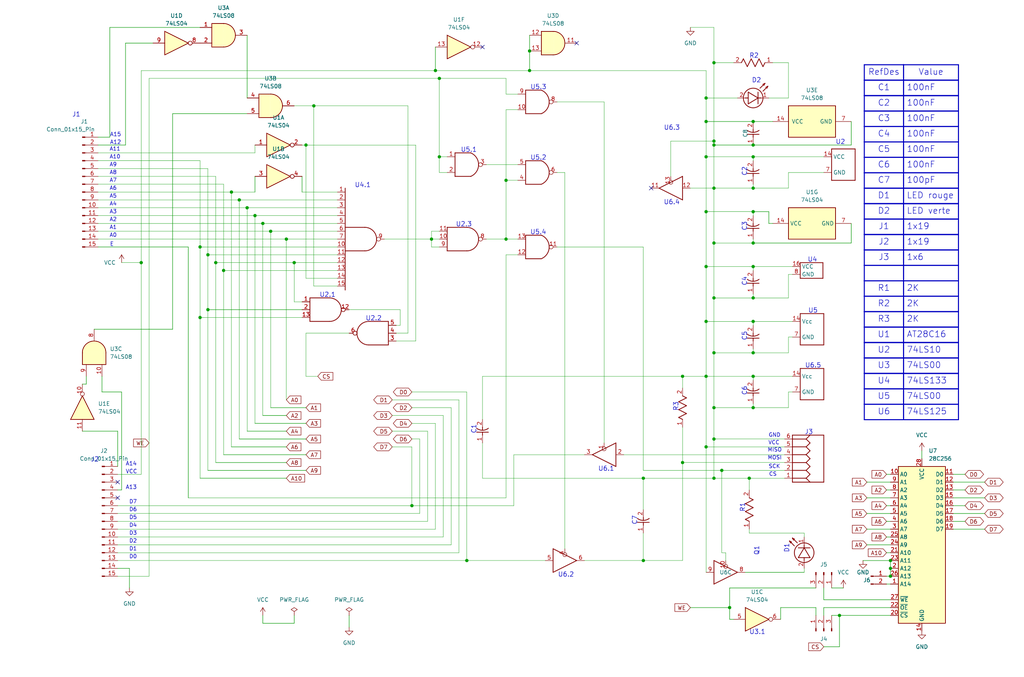
<source format=kicad_sch>
(kicad_sch (version 20231120) (generator "eeschema") (generator_version "8.0")
  (paper "User" 331.521 219.329)
  (lib_symbols
    (symbol "74xx:74LS04"
      (property "Reference" "U" (at 0 1.27 0))
      (property "Value" "74LS04" (at 0 -1.27 0))
      (symbol "74LS04_1_0"
        (pin input line (at -7.62 0 0) (length 3.81) (name "~") (number "1"))
        (pin output inverted (at 7.62 0 180) (length 3.81) (name "~") (number "2"))
      )
      (symbol "74LS04_2_0"
        (pin input line (at -7.62 0 0) (length 3.81) (name "~") (number "3"))
        (pin output inverted (at 7.62 0 180) (length 3.81) (name "~") (number "4"))
      )
      (symbol "74LS04_3_0"
        (pin input line (at -7.62 0 0) (length 3.81) (name "~") (number "5"))
        (pin output inverted (at 7.62 0 180) (length 3.81) (name "~") (number "6"))
      )
      (symbol "74LS04_4_0"
        (pin output inverted (at 7.62 0 180) (length 3.81) (name "~") (number "8"))
        (pin input line (at -7.62 0 0) (length 3.81) (name "~") (number "9"))
      )
      (symbol "74LS04_5_0"
        (pin output inverted (at 7.62 0 180) (length 3.81) (name "~") (number "10"))
        (pin input line (at -7.62 0 0) (length 3.81) (name "~") (number "11"))
      )
      (symbol "74LS04_6_0"
        (pin output inverted (at 7.62 0 180) (length 3.81) (name "~") (number "12"))
        (pin input line (at -7.62 0 0) (length 3.81) (name "~") (number "13"))
      )
      (symbol "74LS04_7_0"
        (pin power_in line (at 0 12.7 270) (length 5.08) (name "VCC") (number "14"))
        (pin power_in line (at 0 -12.7 90) (length 5.08) (name "GND") (number "7"))
      )
    )
    (symbol "74xx:74LS08" (pin_names (offset 1.016))
      (property "Reference" "U" (at 0 1.27 0))
      (property "Value" "74LS08" (at 0 -1.27 0))
      (symbol "74LS08_1_1"
        (pin input line (at -7.62 2.54 0) (length 3.81) (name "~") (number "1"))
        (pin input line (at -7.62 -2.54 0) (length 3.81) (name "~") (number "2"))
        (pin output line (at 7.62 0 180) (length 3.81) (name "~") (number "3"))
      )
      (symbol "74LS08_1_2"
        (pin input inverted (at -7.62 2.54 0) (length 4.318) (name "~") (number "1"))
        (pin input inverted (at -7.62 -2.54 0) (length 4.318) (name "~") (number "2"))
        (pin output inverted (at 7.62 0 180) (length 3.81) (name "~") (number "3"))
      )
      (symbol "74LS08_2_1"
        (pin input line (at -7.62 2.54 0) (length 3.81) (name "~") (number "4"))
        (pin input line (at -7.62 -2.54 0) (length 3.81) (name "~") (number "5"))
        (pin output line (at 7.62 0 180) (length 3.81) (name "~") (number "6"))
      )
      (symbol "74LS08_2_2"
        (pin input inverted (at -7.62 2.54 0) (length 4.318) (name "~") (number "4"))
        (pin input inverted (at -7.62 -2.54 0) (length 4.318) (name "~") (number "5"))
        (pin output inverted (at 7.62 0 180) (length 3.81) (name "~") (number "6"))
      )
      (symbol "74LS08_3_1"
        (pin input line (at -7.62 -2.54 0) (length 3.81) (name "~") (number "10"))
        (pin output line (at 7.62 0 180) (length 3.81) (name "~") (number "8"))
        (pin input line (at -7.62 2.54 0) (length 3.81) (name "~") (number "9"))
      )
      (symbol "74LS08_3_2"
        (pin input inverted (at -7.62 -2.54 0) (length 4.318) (name "~") (number "10"))
        (pin output inverted (at 7.62 0 180) (length 3.81) (name "~") (number "8"))
        (pin input inverted (at -7.62 2.54 0) (length 4.318) (name "~") (number "9"))
      )
      (symbol "74LS08_4_1"
        (pin output line (at 7.62 0 180) (length 3.81) (name "~") (number "11"))
        (pin input line (at -7.62 2.54 0) (length 3.81) (name "~") (number "12"))
        (pin input line (at -7.62 -2.54 0) (length 3.81) (name "~") (number "13"))
      )
      (symbol "74LS08_4_2"
        (pin output inverted (at 7.62 0 180) (length 3.81) (name "~") (number "11"))
        (pin input inverted (at -7.62 2.54 0) (length 4.318) (name "~") (number "12"))
        (pin input inverted (at -7.62 -2.54 0) (length 4.318) (name "~") (number "13"))
      )
      (symbol "74LS08_5_0"
        (pin power_in line (at 0 12.7 270) (length 5.08) (name "VCC") (number "14"))
        (pin power_in line (at 0 -12.7 90) (length 5.08) (name "GND") (number "7"))
      )
    )
    (symbol "Connector:Conn_01x02_Pin" (pin_names (offset 1.016) hide)
      (property "Reference" "J" (at 0 2.54 0))
      (property "Value" "Conn_01x02_Pin" (at 0 -5.08 0))
      (symbol "Conn_01x02_Pin_1_1"
        (pin passive line (at 5.08 0 180) (length 3.81) (name "Pin_1") (number "1"))
        (pin passive line (at 5.08 -2.54 180) (length 3.81) (name "Pin_2") (number "2"))
      )
    )
    (symbol "Connector:Conn_01x03_Pin" (pin_names (offset 1.016) hide)
      (property "Reference" "J" (at 0 5.08 0))
      (property "Value" "Conn_01x03_Pin" (at 0 -5.08 0))
      (symbol "Conn_01x03_Pin_1_1"
        (pin passive line (at 5.08 2.54 180) (length 3.81) (name "Pin_1") (number "1"))
        (pin passive line (at 5.08 0 180) (length 3.81) (name "Pin_2") (number "2"))
        (pin passive line (at 5.08 -2.54 180) (length 3.81) (name "Pin_3") (number "3"))
      )
    )
    (symbol "Connector:Conn_01x15_Pin" (pin_names (offset 1.016) hide)
      (property "Reference" "J" (at 0 20.32 0))
      (property "Value" "Conn_01x15_Pin" (at 0 -20.32 0))
      (symbol "Conn_01x15_Pin_1_1"
        (pin passive line (at 5.08 17.78 180) (length 3.81) (name "Pin_1") (number "1"))
        (pin passive line (at 5.08 -5.08 180) (length 3.81) (name "Pin_10") (number "10"))
        (pin passive line (at 5.08 -7.62 180) (length 3.81) (name "Pin_11") (number "11"))
        (pin passive line (at 5.08 -10.16 180) (length 3.81) (name "Pin_12") (number "12"))
        (pin passive line (at 5.08 -12.7 180) (length 3.81) (name "Pin_13") (number "13"))
        (pin passive line (at 5.08 -15.24 180) (length 3.81) (name "Pin_14") (number "14"))
        (pin passive line (at 5.08 -17.78 180) (length 3.81) (name "Pin_15") (number "15"))
        (pin passive line (at 5.08 15.24 180) (length 3.81) (name "Pin_2") (number "2"))
        (pin passive line (at 5.08 12.7 180) (length 3.81) (name "Pin_3") (number "3"))
        (pin passive line (at 5.08 10.16 180) (length 3.81) (name "Pin_4") (number "4"))
        (pin passive line (at 5.08 7.62 180) (length 3.81) (name "Pin_5") (number "5"))
        (pin passive line (at 5.08 5.08 180) (length 3.81) (name "Pin_6") (number "6"))
        (pin passive line (at 5.08 2.54 180) (length 3.81) (name "Pin_7") (number "7"))
        (pin passive line (at 5.08 0 180) (length 3.81) (name "Pin_8") (number "8"))
        (pin passive line (at 5.08 -2.54 180) (length 3.81) (name "Pin_9") (number "9"))
      )
    )
    (symbol "Memory_EEPROM:28C256"
      (property "Reference" "U" (at -7.62 26.67 0))
      (property "Value" "28C256" (at 2.54 -26.67 0))
      (symbol "28C256_1_1"
        (pin input line (at -10.16 -12.7 0) (length 2.54) (name "A14") (number "1"))
        (pin input line (at -10.16 22.86 0) (length 2.54) (name "A0") (number "10"))
        (pin tri_state line (at 10.16 22.86 180) (length 2.54) (name "D0") (number "11"))
        (pin tri_state line (at 10.16 20.32 180) (length 2.54) (name "D1") (number "12"))
        (pin tri_state line (at 10.16 17.78 180) (length 2.54) (name "D2") (number "13"))
        (pin power_in line (at 0 -27.94 90) (length 2.54) (name "GND") (number "14"))
        (pin tri_state line (at 10.16 15.24 180) (length 2.54) (name "D3") (number "15"))
        (pin tri_state line (at 10.16 12.7 180) (length 2.54) (name "D4") (number "16"))
        (pin tri_state line (at 10.16 10.16 180) (length 2.54) (name "D5") (number "17"))
        (pin tri_state line (at 10.16 7.62 180) (length 2.54) (name "D6") (number "18"))
        (pin tri_state line (at 10.16 5.08 180) (length 2.54) (name "D7") (number "19"))
        (pin input line (at -10.16 -7.62 0) (length 2.54) (name "A12") (number "2"))
        (pin input line (at -10.16 -22.86 0) (length 2.54) (name "~{CS}") (number "20"))
        (pin input line (at -10.16 -2.54 0) (length 2.54) (name "A10") (number "21"))
        (pin input line (at -10.16 -20.32 0) (length 2.54) (name "~{OE}") (number "22"))
        (pin input line (at -10.16 -5.08 0) (length 2.54) (name "A11") (number "23"))
        (pin input line (at -10.16 0 0) (length 2.54) (name "A9") (number "24"))
        (pin input line (at -10.16 2.54 0) (length 2.54) (name "A8") (number "25"))
        (pin input line (at -10.16 -10.16 0) (length 2.54) (name "A13") (number "26"))
        (pin input line (at -10.16 -17.78 0) (length 2.54) (name "~{WE}") (number "27"))
        (pin power_in line (at 0 27.94 270) (length 2.54) (name "VCC") (number "28"))
        (pin input line (at -10.16 5.08 0) (length 2.54) (name "A7") (number "3"))
        (pin input line (at -10.16 7.62 0) (length 2.54) (name "A6") (number "4"))
        (pin input line (at -10.16 10.16 0) (length 2.54) (name "A5") (number "5"))
        (pin input line (at -10.16 12.7 0) (length 2.54) (name "A4") (number "6"))
        (pin input line (at -10.16 15.24 0) (length 2.54) (name "A3") (number "7"))
        (pin input line (at -10.16 17.78 0) (length 2.54) (name "A2") (number "8"))
        (pin input line (at -10.16 20.32 0) (length 2.54) (name "A1") (number "9"))
      )
    )
    (symbol "power:GND" (power) (pin_names (offset 0))
      (property "Value" "GND" (at 0 -3.81 0))
      (symbol "GND_1_1"
        (pin power_in line (at 0 0 270) (length 0) hide (name "GND") (number "1"))
      )
    )
    (symbol "power:PWR_FLAG" (power) (pin_numbers hide) (pin_names (offset 0) hide)
      (property "Value" "PWR_FLAG" (at 0 3.81 0))
      (symbol "PWR_FLAG_0_0"
        (pin power_out line (at 0 0 90) (length 0) (name "pwr") (number "1"))
      )
    )
    (symbol "power:VCC" (power) (pin_names (offset 0))
      (property "Value" "VCC" (at 0 3.81 0))
      (symbol "VCC_1_1"
        (pin power_in line (at 0 0 90) (length 0) hide (name "VCC") (number "1"))
      )
    )
    (symbol "sddrive-eagle-import:CAP200"
      (symbol "CAP200_1_0"
        (pin passive line (at -3.81 0 0) (length 2.54) (name "1") (number "1"))
        (pin passive line (at 3.81 0 180) (length 2.54) (name "2") (number "2"))
      )
    )
    (symbol "sddrive-eagle-import:CAP200_1"
      (symbol "CAP200_1_1_0"
        (pin passive line (at 3.81 0 180) (length 2.54) (name "1") (number "1"))
        (pin passive line (at -3.81 0 0) (length 2.54) (name "2") (number "2"))
      )
    )
    (symbol "sddrive-eagle-import:HDRF-1X6"
      (symbol "HDRF-1X6_1_0"
        (pin passive line (at -7.62 -6.35 0) (length 2.54) (name "P1") (number "1"))
        (pin passive line (at -7.62 -3.81 0) (length 2.54) (name "P2") (number "2"))
        (pin passive line (at -7.62 -1.27 0) (length 2.54) (name "P3") (number "3"))
        (pin passive line (at -7.62 1.27 0) (length 2.54) (name "P4") (number "4"))
        (pin passive line (at -7.62 3.81 0) (length 2.54) (name "P5") (number "5"))
        (pin passive line (at -7.62 6.35 0) (length 2.54) (name "P6") (number "6"))
      )
    )
    (symbol "sddrive-eagle-import:LED"
      (symbol "LED_1_0"
        (pin passive line (at 4.293 -0.787 180) (length 2.54) (name "K") (number "1"))
        (pin passive line (at -5.867 -0.787 0) (length 2.54) (name "A") (number "2"))
      )
    )
    (symbol "sddrive-eagle-import:LED_11"
      (symbol "LED_11_1_0"
        (pin passive line (at -4.293 0.787 0) (length 2.54) (name "K") (number "1"))
        (pin passive line (at 5.867 0.787 180) (length 2.54) (name "A") (number "2"))
      )
    )
    (symbol "sddrive-eagle-import:RES"
      (symbol "RES_1_0"
        (pin passive line (at -6.35 0 0) (length 2.54) (name "A") (number "1"))
        (pin passive line (at 6.35 0 180) (length 2.54) (name "B") (number "2"))
      )
    )
    (symbol "sddrive-eagle-import:SN74ALS133N"
      (symbol "SN74ALS133N_1_0"
        (pin input line (at -7.62 15.24 0) (length 2.54) (name "A") (number "1"))
        (pin input line (at -7.62 -2.54 0) (length 2.54) (name "H") (number "10"))
        (pin input line (at -7.62 -5.08 0) (length 2.54) (name "I") (number "11"))
        (pin input line (at -7.62 -7.62 0) (length 2.54) (name "J") (number "12"))
        (pin input line (at -7.62 -10.16 0) (length 2.54) (name "K") (number "13"))
        (pin input line (at -7.62 -12.7 0) (length 2.54) (name "L") (number "14"))
        (pin input line (at -7.62 -15.24 0) (length 2.54) (name "M") (number "15"))
        (pin input line (at -7.62 12.7 0) (length 2.54) (name "B") (number "2"))
        (pin input line (at -7.62 10.16 0) (length 2.54) (name "C") (number "3"))
        (pin input line (at -7.62 7.62 0) (length 2.54) (name "D") (number "4"))
        (pin input line (at -7.62 5.08 0) (length 2.54) (name "E") (number "5"))
        (pin input line (at -7.62 2.54 0) (length 2.54) (name "F") (number "6"))
        (pin input line (at -7.62 0 0) (length 2.54) (name "G") (number "7"))
        (pin output inverted (at 7.62 0 180) (length 2.54) (name "Y") (number "9"))
      )
      (symbol "SN74ALS133N_2_0"
        (pin power_in line (at -6.207 1.27 0) (length 2.54) (name "VCC") (number "16"))
        (pin power_in line (at -6.207 -1.27 0) (length 2.54) (name "GND") (number "8"))
      )
    )
    (symbol "sddrive-eagle-import:SN74LS00N"
      (symbol "SN74LS00N_1_0"
        (pin input line (at -6.35 2.54 0) (length 2.54) (name "1") (number "1"))
        (pin input line (at -6.35 -2.54 0) (length 2.54) (name "2") (number "2"))
        (pin output inverted (at 6.35 0 180) (length 2.54) (name "3") (number "3"))
      )
      (symbol "SN74LS00N_2_0"
        (pin input line (at -6.35 -2.54 0) (length 2.54) (name "4") (number "4"))
        (pin input line (at -6.35 2.54 0) (length 2.54) (name "5") (number "5"))
        (pin output inverted (at 6.35 0 180) (length 2.54) (name "6") (number "6"))
      )
      (symbol "SN74LS00N_3_0"
        (pin input line (at -6.35 -2.54 0) (length 2.54) (name "10") (number "10"))
        (pin output inverted (at 6.35 0 180) (length 2.54) (name "8") (number "8"))
        (pin input line (at -6.35 2.54 0) (length 2.54) (name "9") (number "9"))
      )
      (symbol "SN74LS00N_4_0"
        (pin output inverted (at 6.35 0 180) (length 2.54) (name "11") (number "11"))
        (pin input line (at -6.35 -2.54 0) (length 2.54) (name "12") (number "12"))
        (pin input line (at -6.35 2.54 0) (length 2.54) (name "13") (number "13"))
      )
      (symbol "SN74LS00N_5_0"
        (pin power_in line (at -6.35 2.54 0) (length 2.54) (name "Vcc") (number "14"))
        (pin power_in line (at -6.35 -2.54 0) (length 2.54) (name "GND") (number "7"))
      )
    )
    (symbol "sddrive-eagle-import:SN74LS10N"
      (symbol "SN74LS10N_1_0"
        (pin input line (at -7.62 2.54 0) (length 2.54) (name "A") (number "1"))
        (pin output inverted (at 7.62 0 180) (length 2.54) (name "Y") (number "12"))
        (pin input line (at -7.62 -2.54 0) (length 2.54) (name "C") (number "13"))
        (pin input line (at -7.62 0 0) (length 2.54) (name "B") (number "2"))
      )
      (symbol "SN74LS10N_2_0"
        (pin input line (at 7.62 -2.54 180) (length 2.54) (name "A") (number "3"))
        (pin input line (at 7.62 0 180) (length 2.54) (name "B") (number "4"))
        (pin input line (at 7.62 2.54 180) (length 2.54) (name "C") (number "5"))
        (pin output inverted (at -7.62 0 0) (length 2.54) (name "Y") (number "6"))
      )
      (symbol "SN74LS10N_3_0"
        (pin input line (at -7.62 0 0) (length 2.54) (name "B") (number "10"))
        (pin input line (at -7.62 2.54 0) (length 2.54) (name "C") (number "11"))
        (pin output inverted (at 7.62 0 180) (length 2.54) (name "Y") (number "8"))
        (pin input line (at -7.62 -2.54 0) (length 2.54) (name "A") (number "9"))
      )
      (symbol "SN74LS10N_4_0"
        (pin power_in line (at -6.35 2.54 0) (length 2.54) (name "VCC") (number "14"))
        (pin power_in line (at -6.35 -2.54 0) (length 2.54) (name "GND") (number "7"))
      )
    )
    (symbol "sddrive-eagle-import:SN74LS125N"
      (symbol "SN74LS125N_1_0"
        (pin input inverted (at 0 3.81 270) (length 2.54) (name "~{E}") (number "1"))
        (pin input line (at 6.35 0 180) (length 2.54) (name "D") (number "2"))
        (pin output line (at -6.35 0 0) (length 2.54) (name "O") (number "3"))
      )
      (symbol "SN74LS125N_2_0"
        (pin input inverted (at 0 3.81 270) (length 2.54) (name "~{E}") (number "4"))
        (pin input line (at -6.35 0 0) (length 2.54) (name "D") (number "5"))
        (pin output line (at 6.35 0 180) (length 2.54) (name "O") (number "6"))
      )
      (symbol "SN74LS125N_3_0"
        (pin input inverted (at 0 3.81 270) (length 2.54) (name "~{E}") (number "10"))
        (pin output line (at -6.35 0 0) (length 2.54) (name "O") (number "8"))
        (pin input line (at 6.35 0 180) (length 2.54) (name "D") (number "9"))
      )
      (symbol "SN74LS125N_4_0"
        (pin output line (at -6.35 0 0) (length 2.54) (name "O") (number "11"))
        (pin input line (at 6.35 0 180) (length 2.54) (name "D") (number "12"))
        (pin input inverted (at 0 3.81 270) (length 2.54) (name "~{E}") (number "13"))
      )
      (symbol "SN74LS125N_5_0"
        (pin power_in line (at -6.35 2.54 0) (length 2.54) (name "Vcc") (number "14"))
        (pin power_in line (at -6.35 -2.54 0) (length 2.54) (name "GND") (number "7"))
      )
    )
  )
  (junction (at 243.84 86.36))
  (junction (at 101.6 34.29))
  (junction (at 99.06 46.99))
  (junction (at 228.6 68.58))
  (junction (at 67.31 82.55))
  (junction (at 67.31 100.33))
  (junction (at 163.83 77.47))
  (junction (at 231.14 20.32))
  (junction (at 171.45 16.51))
  (junction (at 243.84 104.14))
  (junction (at 243.84 96.52))
  (junction (at 288.29 184.15))
  (junction (at 231.14 78.74))
  (junction (at 151.13 181.61))
  (junction (at 243.84 39.37))
  (junction (at 45.72 85.09))
  (junction (at 228.6 121.92))
  (junction (at 171.45 22.86))
  (junction (at 228.6 50.8))
  (junction (at 271.78 199.39))
  (junction (at 139.7 77.47))
  (junction (at 231.14 154.94))
  (junction (at 243.84 132.08))
  (junction (at 72.39 87.63))
  (junction (at 231.14 60.96))
  (junction (at 64.77 102.87))
  (junction (at 208.28 181.61))
  (junction (at 228.6 104.14))
  (junction (at 74.93 62.23))
  (junction (at 133.35 163.83))
  (junction (at 142.24 25.4))
  (junction (at 231.14 132.08))
  (junction (at 77.47 64.77))
  (junction (at 231.14 114.3))
  (junction (at 243.84 78.74))
  (junction (at 288.29 186.69))
  (junction (at 231.14 45.72))
  (junction (at 69.85 85.09))
  (junction (at 228.6 39.37))
  (junction (at 140.97 22.86))
  (junction (at 142.24 50.8))
  (junction (at 87.63 74.93))
  (junction (at 95.25 85.09))
  (junction (at 208.28 154.94))
  (junction (at 92.71 77.47))
  (junction (at 243.84 114.3))
  (junction (at 233.68 152.4))
  (junction (at 288.29 181.61))
  (junction (at 220.98 149.86))
  (junction (at 243.84 50.8))
  (junction (at 228.6 86.36))
  (junction (at 236.22 196.85))
  (junction (at 231.14 142.24))
  (junction (at 85.09 72.39))
  (junction (at 220.98 121.92))
  (junction (at 228.6 144.78))
  (junction (at 231.14 46.99))
  (junction (at 243.84 46.99))
  (junction (at 242.57 154.94))
  (junction (at 231.14 96.52))
  (junction (at 243.84 68.58))
  (junction (at 82.55 69.85))
  (junction (at 228.6 31.75))
  (junction (at 64.77 80.01))
  (junction (at 243.84 121.92))
  (junction (at 243.84 60.96))
  (junction (at 163.83 58.42))
  (junction (at 80.01 67.31))
  (no_connect (at 38.1 161.29))
  (no_connect (at 186.69 13.97))
  (no_connect (at 210.82 60.96))
  (no_connect (at 38.1 156.21))
  (no_connect (at 156.21 15.24))
  (polyline (pts (xy 279.822 25.976) (xy 292.522 25.976)) (stroke (width 0.333) (type solid)))
  (wire (pts (xy 87.63 132.08) (xy 87.63 74.93)) (stroke (width 0.1)))
  (polyline (pts (xy 292.522 75.976) (xy 292.522 70.976)) (stroke (width 0.333) (type solid)))
  (wire (pts (xy 233.68 179.07) (xy 233.68 152.4)) (stroke (width 0.1)))
  (wire (pts (xy 151.13 181.61) (xy 151.13 127)) (stroke (width 0.1)))
  (wire (pts (xy 280.67 156.21) (xy 288.29 156.21)))
  (polyline (pts (xy 310.302 70.976) (xy 292.522 70.976)) (stroke (width 0.333) (type solid)))
  (wire (pts (xy 31.75 57.15) (xy 69.85 57.15)) (stroke (width 0.1)))
  (wire (pts (xy 208.28 152.4) (xy 233.68 152.4)) (stroke (width 0.1)))
  (wire (pts (xy 228.6 31.75) (xy 228.6 22.86)) (stroke (width 0.1)))
  (wire (pts (xy 208.28 172.72) (xy 208.28 181.61)) (stroke (width 0.1)))
  (wire (pts (xy 133.35 163.83) (xy 133.35 144.78)) (stroke (width 0.1)))
  (polyline (pts (xy 310.302 25.976) (xy 292.522 25.976)) (stroke (width 0.333) (type solid)))
  (wire (pts (xy 266.7 50.8) (xy 243.84 50.8)) (stroke (width 0.1)))
  (wire (pts (xy 101.6 92.71) (xy 109.22 92.71)) (stroke (width 0.1)))
  (wire (pts (xy 113.03 199.39) (xy 113.03 203.2)))
  (polyline (pts (xy 292.522 25.976) (xy 292.522 30.976)) (stroke (width 0.333) (type solid)))
  (wire (pts (xy 92.71 77.47) (xy 109.22 77.47)) (stroke (width 0.1)))
  (wire (pts (xy 220.98 121.92) (xy 228.6 121.92)) (stroke (width 0.1)))
  (wire (pts (xy 99.06 107.95) (xy 99.06 121.92)) (stroke (width 0.1)))
  (polyline (pts (xy 279.822 120.976) (xy 292.522 120.976)) (stroke (width 0.333) (type solid)))
  (polyline (pts (xy 279.822 100.976) (xy 292.522 100.976)) (stroke (width 0.333) (type solid)))
  (polyline (pts (xy 292.522 100.976) (xy 292.522 95.976)) (stroke (width 0.333) (type solid)))
  (wire (pts (xy 127 144.78) (xy 133.35 144.78)) (stroke (width 0.1)))
  (wire (pts (xy 287.02 158.75) (xy 288.29 158.75)))
  (polyline (pts (xy 279.822 60.976) (xy 292.522 60.976)) (stroke (width 0.333) (type solid)))
  (wire (pts (xy 127 134.62) (xy 143.51 134.62)) (stroke (width 0.1)))
  (wire (pts (xy 67.31 100.33) (xy 67.31 82.55)) (stroke (width 0.1)))
  (polyline (pts (xy 292.522 85.976) (xy 279.822 85.976)) (stroke (width 0.333) (type solid)))
  (wire (pts (xy 38.1 173.99) (xy 143.51 173.99)) (stroke (width 0.1)))
  (wire (pts (xy 287.02 153.67) (xy 288.29 153.67)))
  (wire (pts (xy 95.25 34.29) (xy 101.6 34.29)) (stroke (width 0.1)))
  (wire (pts (xy 38.1 151.13) (xy 38.1 139.7)))
  (polyline (pts (xy 292.522 100.976) (xy 310.302 100.976)) (stroke (width 0.333) (type solid)))
  (wire (pts (xy 208.28 80.01) (xy 208.28 152.4)) (stroke (width 0.1)))
  (wire (pts (xy 231.14 132.08) (xy 243.84 132.08)) (stroke (width 0.1)))
  (wire (pts (xy 288.29 184.15) (xy 288.29 186.69)))
  (polyline (pts (xy 292.522 120.976) (xy 292.522 125.976)) (stroke (width 0.333) (type solid)))
  (wire (pts (xy 231.14 46.99) (xy 231.14 60.96)) (stroke (width 0.1)))
  (polyline (pts (xy 310.302 40.976) (xy 310.302 45.976)) (stroke (width 0.333) (type solid)))
  (polyline (pts (xy 279.822 45.976) (xy 292.522 45.976)) (stroke (width 0.333) (type solid)))
  (polyline (pts (xy 292.522 65.976) (xy 292.522 70.976)) (stroke (width 0.333) (type solid)))
  (polyline (pts (xy 292.522 30.976) (xy 310.302 30.976)) (stroke (width 0.333) (type solid)))
  (polyline (pts (xy 279.822 105.976) (xy 292.522 105.976)) (stroke (width 0.333) (type solid)))
  (wire (pts (xy 128.27 110.49) (xy 134.62 110.49)) (stroke (width 0.1)))
  (polyline (pts (xy 292.522 110.976) (xy 279.822 110.976)) (stroke (width 0.333) (type solid)))
  (polyline (pts (xy 292.522 120.976) (xy 310.302 120.976)) (stroke (width 0.333) (type solid)))
  (wire (pts (xy 31.75 69.85) (xy 82.55 69.85)) (stroke (width 0.1)))
  (polyline (pts (xy 310.302 80.976) (xy 292.522 80.976)) (stroke (width 0.333) (type solid)))
  (wire (pts (xy 31.75 46.99) (xy 40.64 46.99)))
  (polyline (pts (xy 292.522 60.976) (xy 292.522 65.976)) (stroke (width 0.333) (type solid)))
  (polyline (pts (xy 292.522 40.976) (xy 292.522 45.976)) (stroke (width 0.333) (type solid)))
  (polyline (pts (xy 310.302 110.976) (xy 292.522 110.976)) (stroke (width 0.333) (type solid)))
  (polyline (pts (xy 310.302 130.976) (xy 310.302 135.976)) (stroke (width 0.333) (type solid)))
  (wire (pts (xy 97.79 57.15) (xy 97.79 62.23)))
  (wire (pts (xy 236.22 200.66) (xy 237.49 200.66)))
  (polyline (pts (xy 292.522 80.976) (xy 292.522 75.976)) (stroke (width 0.333) (type solid)))
  (polyline (pts (xy 310.302 75.976) (xy 310.302 80.976)) (stroke (width 0.333) (type solid)))
  (wire (pts (xy 72.39 147.32) (xy 72.39 87.63)) (stroke (width 0.1)))
  (wire (pts (xy 308.61 153.67) (xy 312.42 153.67)))
  (polyline (pts (xy 292.522 25.976) (xy 292.522 20.976)) (stroke (width 0.333) (type solid)))
  (polyline (pts (xy 279.822 90.976) (xy 279.822 85.976)) (stroke (width 0.333) (type solid)))
  (polyline (pts (xy 310.302 40.976) (xy 292.522 40.976)) (stroke (width 0.333) (type solid)))
  (wire (pts (xy 275.59 46.99) (xy 275.59 39.37)))
  (wire (pts (xy 269.24 199.39) (xy 271.78 199.39)))
  (wire (pts (xy 31.75 49.53) (xy 82.55 49.53)) (stroke (width 0.1)))
  (wire (pts (xy 180.34 33.02) (xy 195.58 33.02)) (stroke (width 0.1)))
  (polyline (pts (xy 310.302 100.976) (xy 310.302 105.976)) (stroke (width 0.333) (type solid)))
  (polyline (pts (xy 292.522 130.976) (xy 310.302 130.976)) (stroke (width 0.333) (type solid)))
  (wire (pts (xy 231.14 96.52) (xy 231.14 114.3)) (stroke (width 0.1)))
  (wire (pts (xy 135.89 166.37) (xy 135.89 142.24)) (stroke (width 0.1)))
  (polyline (pts (xy 292.522 45.976) (xy 279.822 45.976)) (stroke (width 0.333) (type solid)))
  (wire (pts (xy 223.52 8.89) (xy 231.14 8.89)) (stroke (width 0.1)))
  (wire (pts (xy 256.54 86.36) (xy 243.84 86.36)) (stroke (width 0.1)))
  (wire (pts (xy 255.27 109.22) (xy 255.27 114.3)) (stroke (width 0.1)))
  (wire (pts (xy 243.84 132.08) (xy 255.27 132.08)) (stroke (width 0.1)))
  (wire (pts (xy 231.14 8.89) (xy 231.14 20.32)) (stroke (width 0.1)))
  (polyline (pts (xy 310.302 65.976) (xy 310.302 70.976)) (stroke (width 0.333) (type solid)))
  (wire (pts (xy 260.35 185.42) (xy 260.35 184.15)) (stroke (width 0.1)))
  (wire (pts (xy 220.98 138.43) (xy 220.98 149.86)) (stroke (width 0.1)))
  (polyline (pts (xy 310.302 130.976) (xy 292.522 130.976)) (stroke (width 0.333) (type solid)))
  (polyline (pts (xy 310.302 45.976) (xy 292.522 45.976)) (stroke (width 0.333) (type solid)))
  (wire (pts (xy 255.27 31.75) (xy 255.27 20.32)) (stroke (width 0.1)))
  (wire (pts (xy 101.6 34.29) (xy 101.6 92.71)) (stroke (width 0.1)))
  (polyline (pts (xy 292.522 95.976) (xy 292.522 90.976)) (stroke (width 0.333) (type solid)))
  (wire (pts (xy 144.78 50.8) (xy 142.24 50.8)) (stroke (width 0.1)))
  (wire (pts (xy 228.6 39.37) (xy 228.6 31.75)) (stroke (width 0.1)))
  (wire (pts (xy 85.09 134.62) (xy 85.09 72.39)) (stroke (width 0.1)))
  (wire (pts (xy 308.61 166.37) (xy 318.77 166.37)))
  (wire (pts (xy 208.28 165.1) (xy 208.28 154.94)) (stroke (width 0.1)))
  (polyline (pts (xy 279.822 125.976) (xy 292.522 125.976)) (stroke (width 0.333) (type solid)))
  (wire (pts (xy 236.22 190.5) (xy 264.16 190.5)))
  (wire (pts (xy 266.7 199.39) (xy 266.7 196.85)))
  (polyline (pts (xy 292.522 125.976) (xy 292.522 130.976)) (stroke (width 0.333) (type solid)))
  (wire (pts (xy 242.57 171.45) (xy 242.57 172.72)) (stroke (width 0.1)))
  (wire (pts (xy 139.7 80.01) (xy 139.7 77.47)) (stroke (width 0.1)))
  (wire (pts (xy 74.93 62.23) (xy 82.55 62.23)) (stroke (width 0.1)))
  (wire (pts (xy 72.39 59.69) (xy 72.39 87.63)) (stroke (width 0.1)))
  (polyline (pts (xy 292.522 75.976) (xy 292.522 80.976)) (stroke (width 0.333) (type solid)))
  (wire (pts (xy 97.79 46.99) (xy 99.06 46.99)) (stroke (width 0.1)))
  (wire (pts (xy 255.27 96.52) (xy 243.84 96.52)) (stroke (width 0.1)))
  (polyline (pts (xy 279.822 60.976) (xy 279.822 55.976)) (stroke (width 0.333) (type solid)))
  (wire (pts (xy 228.6 39.37) (xy 243.84 39.37)))
  (wire (pts (xy 129.54 105.41) (xy 128.27 105.41)) (stroke (width 0.1)))
  (wire (pts (xy 248.92 72.39) (xy 248.92 68.58)))
  (wire (pts (xy 228.6 121.92) (xy 228.6 104.14)) (stroke (width 0.1)))
  (polyline (pts (xy 292.522 95.976) (xy 292.522 100.976)) (stroke (width 0.333) (type solid)))
  (polyline (pts (xy 310.302 135.976) (xy 292.522 135.976)) (stroke (width 0.333) (type solid)))
  (polyline (pts (xy 292.522 60.976) (xy 310.302 60.976)) (stroke (width 0.333) (type solid)))
  (wire (pts (xy 287.02 163.83) (xy 288.29 163.83)))
  (wire (pts (xy 97.79 62.23) (xy 109.22 62.23)) (stroke (width 0.1)))
  (polyline (pts (xy 310.302 70.976) (xy 310.302 75.976)) (stroke (width 0.333) (type solid)))
  (wire (pts (xy 67.31 100.33) (xy 97.79 100.33)))
  (wire (pts (xy 180.34 55.88) (xy 182.88 55.88)) (stroke (width 0.1)))
  (wire (pts (xy 99.06 90.17) (xy 109.22 90.17)) (stroke (width 0.1)))
  (wire (pts (xy 82.55 137.16) (xy 99.06 137.16)))
  (wire (pts (xy 134.62 110.49) (xy 134.62 46.99)) (stroke (width 0.1)))
  (wire (pts (xy 40.64 13.97) (xy 49.53 13.97)))
  (wire (pts (xy 163.83 161.29) (xy 163.83 82.55)) (stroke (width 0.1)))
  (polyline (pts (xy 279.822 30.976) (xy 279.822 25.976)) (stroke (width 0.333) (type solid)))
  (polyline (pts (xy 279.822 130.976) (xy 279.822 125.976)) (stroke (width 0.333) (type solid)))
  (wire (pts (xy 255.27 88.9) (xy 255.27 96.52)) (stroke (width 0.1)))
  (polyline (pts (xy 292.522 40.976) (xy 279.822 40.976)) (stroke (width 0.333) (type solid)))
  (wire (pts (xy 228.6 104.14) (xy 228.6 86.36)) (stroke (width 0.1)))
  (wire (pts (xy 156.21 121.92) (xy 220.98 121.92)) (stroke (width 0.1)))
  (wire (pts (xy 39.37 85.09) (xy 45.72 85.09)) (stroke (width 0.1)))
  (polyline (pts (xy 279.822 40.976) (xy 292.522 40.976)) (stroke (width 0.333) (type solid)))
  (wire (pts (xy 217.17 57.15) (xy 217.17 45.72)) (stroke (width 0.1)))
  (polyline (pts (xy 292.522 120.976) (xy 292.522 115.976)) (stroke (width 0.333) (type solid)))
  (wire (pts (xy 129.54 100.33) (xy 113.03 100.33)) (stroke (width 0.1)))
  (polyline (pts (xy 292.522 55.976) (xy 279.822 55.976)) (stroke (width 0.333) (type solid)))
  (wire (pts (xy 31.75 77.47) (xy 92.71 77.47)) (stroke (width 0.1)))
  (polyline (pts (xy 292.522 35.976) (xy 279.822 35.976)) (stroke (width 0.333) (type solid)))
  (wire (pts (xy 236.22 196.85) (xy 236.22 200.66)))
  (wire (pts (xy 85.09 72.39) (xy 109.22 72.39)) (stroke (width 0.1)))
  (wire (pts (xy 55.88 106.68) (xy 55.88 36.83)))
  (wire (pts (xy 189.23 147.32) (xy 166.37 147.32)) (stroke (width 0.1)))
  (polyline (pts (xy 310.302 120.976) (xy 310.302 125.976)) (stroke (width 0.333) (type solid)))
  (polyline (pts (xy 292.522 45.976) (xy 292.522 40.976)) (stroke (width 0.333) (type solid)))
  (wire (pts (xy 38.1 179.07) (xy 148.59 179.07)) (stroke (width 0.1)))
  (wire (pts (xy 287.02 186.69) (xy 288.29 186.69)))
  (polyline (pts (xy 292.522 90.976) (xy 279.822 90.976)) (stroke (width 0.333) (type solid)))
  (polyline (pts (xy 292.522 125.976) (xy 310.302 125.976)) (stroke (width 0.333) (type solid)))
  (polyline (pts (xy 310.302 55.976) (xy 292.522 55.976)) (stroke (width 0.333) (type solid)))
  (polyline (pts (xy 310.302 20.976) (xy 310.302 25.976)) (stroke (width 0.333) (type solid)))
  (polyline (pts (xy 292.522 90.976) (xy 292.522 85.976)) (stroke (width 0.333) (type solid)))
  (polyline (pts (xy 310.302 95.976) (xy 310.302 100.976)) (stroke (width 0.333) (type solid)))
  (wire (pts (xy 69.85 149.86) (xy 69.85 85.09)) (stroke (width 0.1)))
  (wire (pts (xy 156.21 135.89) (xy 156.21 121.92)) (stroke (width 0.1)))
  (wire (pts (xy 142.24 25.4) (xy 163.83 25.4)) (stroke (width 0.1)))
  (polyline (pts (xy 292.522 120.976) (xy 279.822 120.976)) (stroke (width 0.333) (type solid)))
  (wire (pts (xy 217.17 45.72) (xy 231.14 45.72)) (stroke (width 0.1)))
  (wire (pts (xy 82.55 69.85) (xy 109.22 69.85)) (stroke (width 0.1)))
  (wire (pts (xy 231.14 46.99) (xy 243.84 46.99)))
  (wire (pts (xy 124.46 77.47) (xy 139.7 77.47)) (stroke (width 0.1)))
  (polyline (pts (xy 279.822 95.976) (xy 292.522 95.976)) (stroke (width 0.333) (type solid)))
  (wire (pts (xy 256.54 104.14) (xy 243.84 104.14)) (stroke (width 0.1)))
  (wire (pts (xy 41.91 184.15) (xy 41.91 190.5)))
  (wire (pts (xy 171.45 16.51) (xy 171.45 22.86)))
  (polyline (pts (xy 310.302 60.976) (xy 310.302 65.976)) (stroke (width 0.333) (type solid)))
  (wire (pts (xy 228.6 50.8) (xy 228.6 39.37)) (stroke (width 0.1)))
  (wire (pts (xy 38.1 139.7) (xy 26.67 139.7)))
  (polyline (pts (xy 310.302 115.976) (xy 292.522 115.976)) (stroke (width 0.333) (type solid)))
  (polyline (pts (xy 310.302 105.976) (xy 310.302 110.976)) (stroke (width 0.333) (type solid)))
  (wire (pts (xy 133.35 137.16) (xy 140.97 137.16)) (stroke (width 0.1)))
  (polyline (pts (xy 292.522 60.976) (xy 279.822 60.976)) (stroke (width 0.333) (type solid)))
  (wire (pts (xy 55.88 36.83) (xy 80.01 36.83)))
  (wire (pts (xy 133.35 132.08) (xy 146.05 132.08)) (stroke (width 0.1)))
  (wire (pts (xy 138.43 168.91) (xy 138.43 139.7)) (stroke (width 0.1)))
  (wire (pts (xy 233.68 152.4) (xy 254 152.4)) (stroke (width 0.1)))
  (wire (pts (xy 31.75 44.45) (xy 35.56 44.45)))
  (polyline (pts (xy 292.522 90.976) (xy 292.522 95.976)) (stroke (width 0.333) (type solid)))
  (wire (pts (xy 95.25 97.79) (xy 95.25 85.09)) (stroke (width 0.1)))
  (polyline (pts (xy 279.822 115.976) (xy 279.822 110.976)) (stroke (width 0.333) (type solid)))
  (wire (pts (xy 220.98 181.61) (xy 220.98 149.86)) (stroke (width 0.1)))
  (polyline (pts (xy 279.822 105.976) (xy 279.822 100.976)) (stroke (width 0.333) (type solid)))
  (wire (pts (xy 308.61 171.45) (xy 318.77 171.45)))
  (wire (pts (xy 31.75 54.61) (xy 67.31 54.61)) (stroke (width 0.1)))
  (wire (pts (xy 64.77 154.94) (xy 64.77 102.87)) (stroke (width 0.1)))
  (wire (pts (xy 255.27 109.22) (xy 256.54 109.22)) (stroke (width 0.1)))
  (wire (pts (xy 260.35 172.72) (xy 260.35 173.99)) (stroke (width 0.1)))
  (wire (pts (xy 80.01 139.7) (xy 92.71 139.7)))
  (wire (pts (xy 243.84 104.14) (xy 228.6 104.14)) (stroke (width 0.1)))
  (polyline (pts (xy 292.522 85.976) (xy 292.522 90.976)) (stroke (width 0.333) (type solid)))
  (polyline (pts (xy 292.522 55.976) (xy 310.302 55.976)) (stroke (width 0.333) (type solid)))
  (wire (pts (xy 87.63 74.93) (xy 109.22 74.93)) (stroke (width 0.1)))
  (polyline (pts (xy 279.822 70.976) (xy 292.522 70.976)) (stroke (width 0.333) (type solid)))
  (polyline (pts (xy 279.822 80.976) (xy 279.822 75.976)) (stroke (width 0.333) (type solid)))
  (polyline (pts (xy 279.822 100.976) (xy 279.822 95.976)) (stroke (width 0.333) (type solid)))
  (polyline (pts (xy 292.522 35.976) (xy 292.522 30.976)) (stroke (width 0.333) (type solid)))
  (polyline (pts (xy 310.302 65.976) (xy 292.522 65.976)) (stroke (width 0.333) (type solid)))
  (wire (pts (xy 48.26 25.4) (xy 48.26 186.69)) (stroke (width 0.1)))
  (polyline (pts (xy 279.822 35.976) (xy 292.522 35.976)) (stroke (width 0.333) (type solid)))
  (polyline (pts (xy 292.522 35.976) (xy 310.302 35.976)) (stroke (width 0.333) (type solid)))
  (wire (pts (xy 279.4 181.61) (xy 288.29 181.61)))
  (wire (pts (xy 132.08 34.29) (xy 101.6 34.29)) (stroke (width 0.1)))
  (wire (pts (xy 250.19 20.32) (xy 255.27 20.32)) (stroke (width 0.1)))
  (wire (pts (xy 82.55 46.99) (xy 82.55 49.53)) (stroke (width 0.1)))
  (wire (pts (xy 64.77 154.94) (xy 92.71 154.94)))
  (wire (pts (xy 69.85 57.15) (xy 69.85 85.09)) (stroke (width 0.1)))
  (wire (pts (xy 31.75 80.01) (xy 60.96 80.01)))
  (polyline (pts (xy 279.822 55.976) (xy 279.822 50.976)) (stroke (width 0.333) (type solid)))
  (wire (pts (xy 64.77 102.87) (xy 64.77 80.01)) (stroke (width 0.1)))
  (wire (pts (xy 280.67 171.45) (xy 288.29 171.45)))
  (polyline (pts (xy 292.522 85.976) (xy 310.302 85.976)) (stroke (width 0.333) (type solid)))
  (polyline (pts (xy 292.522 45.976) (xy 310.302 45.976)) (stroke (width 0.333) (type solid)))
  (wire (pts (xy 228.6 185.42) (xy 228.6 144.78)) (stroke (width 0.1)))
  (polyline (pts (xy 292.522 65.976) (xy 292.522 60.976)) (stroke (width 0.333) (type solid)))
  (wire (pts (xy 231.14 45.72) (xy 231.14 46.99)) (stroke (width 0.1)))
  (polyline (pts (xy 310.302 125.976) (xy 310.302 130.976)) (stroke (width 0.333) (type solid)))
  (wire (pts (xy 38.1 171.45) (xy 140.97 171.45)) (stroke (width 0.1)))
  (wire (pts (xy 231.14 96.52) (xy 243.84 96.52)) (stroke (width 0.1)))
  (wire (pts (xy 95.25 201.93) (xy 95.25 199.39)))
  (polyline (pts (xy 310.302 50.976) (xy 292.522 50.976)) (stroke (width 0.333) (type solid)))
  (wire (pts (xy 163.83 30.48) (xy 167.64 30.48)) (stroke (width 0.1)))
  (polyline (pts (xy 292.522 35.976) (xy 292.522 40.976)) (stroke (width 0.333) (type solid)))
  (wire (pts (xy 80.01 67.31) (xy 109.22 67.31)) (stroke (width 0.1)))
  (wire (pts (xy 163.83 35.56) (xy 163.83 58.42)) (stroke (width 0.1)))
  (polyline (pts (xy 292.522 50.976) (xy 292.522 55.976)) (stroke (width 0.333) (type solid)))
  (wire (pts (xy 74.93 62.23) (xy 74.93 144.78)) (stroke (width 0.1)))
  (polyline (pts (xy 292.522 30.976) (xy 292.522 25.976)) (stroke (width 0.333) (type solid)))
  (wire (pts (xy 72.39 147.32) (xy 99.06 147.32)))
  (wire (pts (xy 67.31 54.61) (xy 67.31 82.55)) (stroke (width 0.1)))
  (polyline (pts (xy 292.522 45.976) (xy 292.522 50.976)) (stroke (width 0.333) (type solid)))
  (wire (pts (xy 234.95 179.07) (xy 234.95 181.61)) (stroke (width 0.1)))
  (polyline (pts (xy 279.822 50.976) (xy 279.822 45.976)) (stroke (width 0.333) (type solid)))
  (wire (pts (xy 85.09 201.93) (xy 95.25 201.93)))
  (wire (pts (xy 231.14 132.08) (xy 231.14 142.24)) (stroke (width 0.1)))
  (wire (pts (xy 102.87 121.92) (xy 99.06 121.92)) (stroke (width 0.1)))
  (wire (pts (xy 280.67 166.37) (xy 288.29 166.37)))
  (polyline (pts (xy 292.522 80.976) (xy 279.822 80.976)) (stroke (width 0.333) (type solid)))
  (polyline (pts (xy 310.302 55.976) (xy 310.302 60.976)) (stroke (width 0.333) (type solid)))
  (polyline (pts (xy 310.302 60.976) (xy 292.522 60.976)) (stroke (width 0.333) (type solid)))
  (wire (pts (xy 142.24 80.01) (xy 139.7 80.01)) (stroke (width 0.1)))
  (wire (pts (xy 231.14 114.3) (xy 231.14 132.08)) (stroke (width 0.1)))
  (polyline (pts (xy 310.302 35.976) (xy 292.522 35.976)) (stroke (width 0.333) (type solid)))
  (wire (pts (xy 180.34 80.01) (xy 208.28 80.01)) (stroke (width 0.1)))
  (polyline (pts (xy 279.822 90.976) (xy 292.522 90.976)) (stroke (width 0.333) (type solid)))
  (wire (pts (xy 128.27 107.95) (xy 132.08 107.95)) (stroke (width 0.1)))
  (polyline (pts (xy 310.302 35.976) (xy 310.302 40.976)) (stroke (width 0.333) (type solid)))
  (wire (pts (xy 31.75 62.23) (xy 74.93 62.23)) (stroke (width 0.1)))
  (wire (pts (xy 223.52 196.85) (xy 236.22 196.85)))
  (polyline (pts (xy 292.522 115.976) (xy 310.302 115.976)) (stroke (width 0.333) (type solid)))
  (wire (pts (xy 308.61 168.91) (xy 312.42 168.91)))
  (wire (pts (xy 38.1 176.53) (xy 146.05 176.53)) (stroke (width 0.1)))
  (wire (pts (xy 266.7 196.85) (xy 288.29 196.85)))
  (polyline (pts (xy 292.522 115.976) (xy 279.822 115.976)) (stroke (width 0.333) (type solid)))
  (wire (pts (xy 243.84 60.96) (xy 243.84 59.69)) (stroke (width 0.1)))
  (polyline (pts (xy 310.302 95.976) (xy 292.522 95.976)) (stroke (width 0.333) (type solid)))
  (wire (pts (xy 38.1 166.37) (xy 135.89 166.37)) (stroke (width 0.1)))
  (wire (pts (xy 308.61 158.75) (xy 312.42 158.75)))
  (polyline (pts (xy 310.302 115.976) (xy 310.302 120.976)) (stroke (width 0.333) (type solid)))
  (wire (pts (xy 31.75 67.31) (xy 80.01 67.31)) (stroke (width 0.1)))
  (polyline (pts (xy 292.522 90.976) (xy 310.302 90.976)) (stroke (width 0.333) (type solid)))
  (polyline (pts (xy 279.822 75.976) (xy 279.822 70.976)) (stroke (width 0.333) (type solid)))
  (wire (pts (xy 67.31 152.4) (xy 99.06 152.4)))
  (wire (pts (xy 143.51 173.99) (xy 143.51 134.62)) (stroke (width 0.1)))
  (wire (pts (xy 298.45 146.05) (xy 298.45 148.59)))
  (wire (pts (xy 252.73 196.85) (xy 252.73 200.66)))
  (wire (pts (xy 220.98 149.86) (xy 254 149.86)) (stroke (width 0.1)))
  (wire (pts (xy 182.88 55.88) (xy 182.88 177.8)) (stroke (width 0.1)))
  (wire (pts (xy 254 144.78) (xy 228.6 144.78)) (stroke (width 0.1)))
  (wire (pts (xy 40.64 46.99) (xy 40.64 13.97)))
  (wire (pts (xy 231.14 114.3) (xy 243.84 114.3)) (stroke (width 0.1)))
  (polyline (pts (xy 292.522 95.976) (xy 279.822 95.976)) (stroke (width 0.333) (type solid)))
  (polyline (pts (xy 292.522 30.976) (xy 279.822 30.976)) (stroke (width 0.333) (type solid)))
  (wire (pts (xy 256.54 121.92) (xy 243.84 121.92)) (stroke (width 0.1)))
  (wire (pts (xy 132.08 107.95) (xy 132.08 34.29)) (stroke (width 0.1)))
  (polyline (pts (xy 310.302 110.976) (xy 310.302 115.976)) (stroke (width 0.333) (type solid)))
  (wire (pts (xy 156.21 143.51) (xy 156.21 154.94)) (stroke (width 0.1)))
  (wire (pts (xy 163.83 77.47) (xy 163.83 58.42)) (stroke (width 0.1)))
  (polyline (pts (xy 292.522 105.976) (xy 292.522 100.976)) (stroke (width 0.333) (type solid)))
  (polyline (pts (xy 292.522 105.976) (xy 310.302 105.976)) (stroke (width 0.333) (type solid)))
  (wire (pts (xy 243.84 123.19) (xy 243.84 121.92)) (stroke (width 0.1)))
  (wire (pts (xy 275.59 78.74) (xy 243.84 78.74)))
  (wire (pts (xy 243.84 46.99) (xy 275.59 46.99)))
  (polyline (pts (xy 292.522 80.976) (xy 292.522 85.976)) (stroke (width 0.333) (type solid)))
  (wire (pts (xy 35.56 44.45) (xy 35.56 8.89)))
  (wire (pts (xy 82.55 137.16) (xy 82.55 69.85)) (stroke (width 0.1)))
  (wire (pts (xy 243.84 104.14) (xy 243.84 105.41)) (stroke (width 0.1)))
  (wire (pts (xy 139.7 77.47) (xy 142.24 77.47)) (stroke (width 0.1)))
  (wire (pts (xy 45.72 153.67) (xy 38.1 153.67)) (stroke (width 0.1)))
  (polyline (pts (xy 292.522 110.976) (xy 310.302 110.976)) (stroke (width 0.333) (type solid)))
  (wire (pts (xy 243.84 86.36) (xy 228.6 86.36)) (stroke (width 0.1)))
  (wire (pts (xy 163.83 25.4) (xy 163.83 30.48)) (stroke (width 0.1)))
  (wire (pts (xy 248.92 68.58) (xy 243.84 68.58)))
  (wire (pts (xy 171.45 22.86) (xy 140.97 22.86)) (stroke (width 0.1)))
  (wire (pts (xy 255.27 114.3) (xy 243.84 114.3)) (stroke (width 0.1)))
  (wire (pts (xy 163.83 82.55) (xy 167.64 82.55)) (stroke (width 0.1)))
  (polyline (pts (xy 292.522 125.976) (xy 292.522 120.976)) (stroke (width 0.333) (type solid)))
  (wire (pts (xy 113.03 107.95) (xy 99.06 107.95)) (stroke (width 0.1)))
  (polyline (pts (xy 310.302 30.976) (xy 310.302 35.976)) (stroke (width 0.333) (type solid)))
  (wire (pts (xy 287.02 168.91) (xy 288.29 168.91)))
  (polyline (pts (xy 292.522 115.976) (xy 292.522 120.976)) (stroke (width 0.333) (type solid)))
  (polyline (pts (xy 292.522 70.976) (xy 310.302 70.976)) (stroke (width 0.333) (type solid)))
  (wire (pts (xy 41.91 184.15) (xy 38.1 184.15)))
  (polyline (pts (xy 292.522 135.976) (xy 279.822 135.976)) (stroke (width 0.333) (type solid)))
  (wire (pts (xy 31.75 74.93) (xy 87.63 74.93)) (stroke (width 0.1)))
  (wire (pts (xy 287.02 179.07) (xy 288.29 179.07)))
  (polyline (pts (xy 279.822 125.976) (xy 279.822 120.976)) (stroke (width 0.333) (type solid)))
  (polyline (pts (xy 310.302 90.976) (xy 310.302 95.976)) (stroke (width 0.333) (type solid)))
  (wire (pts (xy 142.24 25.4) (xy 142.24 50.8)) (stroke (width 0.1)))
  (polyline (pts (xy 310.302 85.976) (xy 310.302 90.976)) (stroke (width 0.333) (type solid)))
  (wire (pts (xy 85.09 199.39) (xy 85.09 201.93)))
  (wire (pts (xy 140.97 15.24) (xy 140.97 22.86)))
  (polyline (pts (xy 310.302 85.976) (xy 292.522 85.976)) (stroke (width 0.333) (type solid)))
  (wire (pts (xy 248.92 31.75) (xy 255.27 31.75)) (stroke (width 0.1)))
  (wire (pts (xy 133.35 142.24) (xy 135.89 142.24)) (stroke (width 0.1)))
  (wire (pts (xy 231.14 78.74) (xy 231.14 96.52)) (stroke (width 0.1)))
  (polyline (pts (xy 292.522 40.976) (xy 292.522 35.976)) (stroke (width 0.333) (type solid)))
  (polyline (pts (xy 292.522 70.976) (xy 279.822 70.976)) (stroke (width 0.333) (type solid)))
  (wire (pts (xy 255.27 132.08) (xy 255.27 127)) (stroke (width 0.1)))
  (polyline (pts (xy 310.302 25.976) (xy 310.302 30.976)) (stroke (width 0.333) (type solid)))
  (wire (pts (xy 133.35 127) (xy 151.13 127)) (stroke (width 0.1)))
  (polyline (pts (xy 292.522 130.976) (xy 292.522 125.976)) (stroke (width 0.333) (type solid)))
  (polyline (pts (xy 310.302 30.976) (xy 292.522 30.976)) (stroke (width 0.333) (type solid)))
  (polyline (pts (xy 292.522 80.976) (xy 310.302 80.976)) (stroke (width 0.333) (type solid)))
  (wire (pts (xy 243.84 68.58) (xy 243.84 69.85)) (stroke (width 0.1)))
  (wire (pts (xy 127 139.7) (xy 138.43 139.7)) (stroke (width 0.1)))
  (polyline (pts (xy 292.522 135.976) (xy 292.522 130.976)) (stroke (width 0.333) (type solid)))
  (wire (pts (xy 38.1 163.83) (xy 133.35 163.83)) (stroke (width 0.1)))
  (polyline (pts (xy 292.522 50.976) (xy 279.822 50.976)) (stroke (width 0.333) (type solid)))
  (wire (pts (xy 171.45 11.43) (xy 171.45 16.51)))
  (wire (pts (xy 243.84 39.37) (xy 250.19 39.37)))
  (polyline (pts (xy 292.522 30.976) (xy 292.522 35.976)) (stroke (width 0.333) (type solid)))
  (polyline (pts (xy 310.302 125.976) (xy 292.522 125.976)) (stroke (width 0.333) (type solid)))
  (wire (pts (xy 69.85 85.09) (xy 95.25 85.09)) (stroke (width 0.1)))
  (polyline (pts (xy 292.522 100.976) (xy 279.822 100.976)) (stroke (width 0.333) (type solid)))
  (wire (pts (xy 231.14 142.24) (xy 231.14 154.94)) (stroke (width 0.1)))
  (wire (pts (xy 243.84 121.92) (xy 228.6 121.92)) (stroke (width 0.1)))
  (wire (pts (xy 231.14 154.94) (xy 242.57 154.94)) (stroke (width 0.1)))
  (wire (pts (xy 95.25 85.09) (xy 109.22 85.09)) (stroke (width 0.1)))
  (polyline (pts (xy 310.302 75.976) (xy 292.522 75.976)) (stroke (width 0.333) (type solid)))
  (wire (pts (xy 260.35 172.72) (xy 242.57 172.72)) (stroke (width 0.1)))
  (wire (pts (xy 35.56 8.89) (xy 64.77 8.89)))
  (wire (pts (xy 271.78 209.55) (xy 271.78 199.39)))
  (wire (pts (xy 31.75 52.07) (xy 64.77 52.07)) (stroke (width 0.1)))
  (polyline (pts (xy 279.822 70.976) (xy 279.822 65.976)) (stroke (width 0.333) (type solid)))
  (wire (pts (xy 195.58 33.02) (xy 195.58 143.51)) (stroke (width 0.1)))
  (polyline (pts (xy 292.522 55.976) (xy 292.522 50.976)) (stroke (width 0.333) (type solid)))
  (wire (pts (xy 264.16 196.85) (xy 264.16 199.39)))
  (wire (pts (xy 231.14 60.96) (xy 231.14 78.74)) (stroke (width 0.1)))
  (polyline (pts (xy 279.822 45.976) (xy 279.822 40.976)) (stroke (width 0.333) (type solid)))
  (polyline (pts (xy 292.522 65.976) (xy 310.302 65.976)) (stroke (width 0.333) (type solid)))
  (wire (pts (xy 30.48 106.68) (xy 55.88 106.68)))
  (polyline (pts (xy 292.522 95.976) (xy 310.302 95.976)) (stroke (width 0.333) (type solid)))
  (wire (pts (xy 280.67 161.29) (xy 288.29 161.29)))
  (wire (pts (xy 287.02 173.99) (xy 288.29 173.99)))
  (wire (pts (xy 231.14 60.96) (xy 243.84 60.96)) (stroke (width 0.1)))
  (wire (pts (xy 163.83 77.47) (xy 167.64 77.47)) (stroke (width 0.1)))
  (wire (pts (xy 167.64 35.56) (xy 163.83 35.56)) (stroke (width 0.1)))
  (wire (pts (xy 146.05 176.53) (xy 146.05 132.08)) (stroke (width 0.1)))
  (wire (pts (xy 163.83 58.42) (xy 167.64 58.42)) (stroke (width 0.1)))
  (wire (pts (xy 233.68 179.07) (xy 234.95 179.07)) (stroke (width 0.1)))
  (polyline (pts (xy 279.822 110.976) (xy 292.522 110.976)) (stroke (width 0.333) (type solid)))
  (wire (pts (xy 228.6 68.58) (xy 228.6 50.8)) (stroke (width 0.1)))
  (polyline (pts (xy 292.522 70.976) (xy 292.522 65.976)) (stroke (width 0.333) (type solid)))
  (polyline (pts (xy 292.522 65.976) (xy 279.822 65.976)) (stroke (width 0.333) (type solid)))
  (wire (pts (xy 231.14 142.24) (xy 254 142.24)) (stroke (width 0.1)))
  (wire (pts (xy 166.37 147.32) (xy 166.37 163.83)) (stroke (width 0.1)))
  (wire (pts (xy 223.52 60.96) (xy 231.14 60.96)) (stroke (width 0.1)))
  (wire (pts (xy 243.84 50.8) (xy 228.6 50.8)) (stroke (width 0.1)))
  (wire (pts (xy 275.59 72.39) (xy 275.59 78.74)))
  (wire (pts (xy 72.39 87.63) (xy 109.22 87.63)) (stroke (width 0.1)))
  (wire (pts (xy 236.22 190.5) (xy 236.22 196.85)))
  (wire (pts (xy 231.14 78.74) (xy 243.84 78.74)) (stroke (width 0.1)))
  (wire (pts (xy 45.72 85.09) (xy 45.72 153.67)) (stroke (width 0.1)))
  (wire (pts (xy 38.1 168.91) (xy 138.43 168.91)) (stroke (width 0.1)))
  (wire (pts (xy 308.61 156.21) (xy 318.77 156.21)))
  (polyline (pts (xy 292.522 50.976) (xy 310.302 50.976)) (stroke (width 0.333) (type solid)))
  (wire (pts (xy 176.53 181.61) (xy 151.13 181.61)) (stroke (width 0.1)))
  (wire (pts (xy 243.84 130.81) (xy 243.84 132.08)) (stroke (width 0.1)))
  (polyline (pts (xy 292.522 100.976) (xy 292.522 105.976)) (stroke (width 0.333) (type solid)))
  (wire (pts (xy 67.31 152.4) (xy 67.31 100.33)) (stroke (width 0.1)))
  (polyline (pts (xy 279.822 20.976) (xy 292.522 20.976)) (stroke (width 0.333) (type solid)))
  (wire (pts (xy 228.6 144.78) (xy 228.6 121.92)) (stroke (width 0.1)))
  (wire (pts (xy 242.57 158.75) (xy 242.57 154.94)) (stroke (width 0.1)))
  (polyline (pts (xy 292.522 115.976) (xy 292.522 110.976)) (stroke (width 0.333) (type solid)))
  (polyline (pts (xy 279.822 65.976) (xy 292.522 65.976)) (stroke (width 0.333) (type solid)))
  (wire (pts (xy 308.61 163.83) (xy 312.42 163.83)))
  (polyline (pts (xy 279.822 85.976) (xy 292.522 85.976)) (stroke (width 0.333) (type solid)))
  (wire (pts (xy 231.14 20.32) (xy 231.14 45.72)) (stroke (width 0.1)))
  (wire (pts (xy 220.98 125.73) (xy 220.98 121.92)) (stroke (width 0.1)))
  (polyline (pts (xy 279.822 120.976) (xy 279.822 115.976)) (stroke (width 0.333) (type solid)))
  (polyline (pts (xy 310.302 90.976) (xy 292.522 90.976)) (stroke (width 0.333) (type solid)))
  (wire (pts (xy 255.27 88.9) (xy 256.54 88.9)) (stroke (width 0.1)))
  (wire (pts (xy 77.47 64.77) (xy 109.22 64.77)) (stroke (width 0.1)))
  (wire (pts (xy 243.84 96.52) (xy 243.84 95.25)) (stroke (width 0.1)))
  (wire (pts (xy 80.01 139.7) (xy 80.01 67.31)) (stroke (width 0.1)))
  (wire (pts (xy 269.24 190.5) (xy 273.05 190.5)))
  (wire (pts (xy 97.79 102.87) (xy 64.77 102.87)) (stroke (width 0.1)))
  (wire (pts (xy 64.77 52.07) (xy 64.77 80.01)) (stroke (width 0.1)))
  (polyline (pts (xy 279.822 115.976) (xy 292.522 115.976)) (stroke (width 0.333) (type solid)))
  (polyline (pts (xy 279.822 65.976) (xy 279.822 60.976)) (stroke (width 0.333) (type solid)))
  (polyline (pts (xy 279.822 25.976) (xy 279.822 20.976)) (stroke (width 0.333) (type solid)))
  (polyline (pts (xy 310.302 100.976) (xy 292.522 100.976)) (stroke (width 0.333) (type solid)))
  (polyline (pts (xy 292.522 130.976) (xy 292.522 135.976)) (stroke (width 0.333) (type solid)))
  (wire (pts (xy 243.84 68.58) (xy 228.6 68.58)) (stroke (width 0.1)))
  (wire (pts (xy 134.62 46.99) (xy 99.06 46.99)) (stroke (width 0.1)))
  (wire (pts (xy 60.96 161.29) (xy 163.83 161.29)) (stroke (width 0.1)))
  (polyline (pts (xy 292.522 110.976) (xy 292.522 105.976)) (stroke (width 0.333) (type solid)))
  (polyline (pts (xy 292.522 20.976) (xy 310.302 20.976)) (stroke (width 0.333) (type solid)))
  (polyline (pts (xy 292.522 125.976) (xy 279.822 125.976)) (stroke (width 0.333) (type solid)))
  (polyline (pts (xy 310.302 45.976) (xy 310.302 50.976)) (stroke (width 0.333) (type solid)))
  (wire (pts (xy 250.19 72.39) (xy 248.92 72.39)))
  (wire (pts (xy 99.06 46.99) (xy 99.06 90.17)) (stroke (width 0.1)))
  (polyline (pts (xy 292.522 70.976) (xy 292.522 75.976)) (stroke (width 0.333) (type solid)))
  (wire (pts (xy 60.96 80.01) (xy 60.96 161.29)))
  (wire (pts (xy 142.24 74.93) (xy 139.7 74.93)) (stroke (width 0.1)))
  (wire (pts (xy 31.75 72.39) (xy 85.09 72.39)) (stroke (width 0.1)))
  (polyline (pts (xy 292.522 75.976) (xy 310.302 75.976)) (stroke (width 0.333) (type solid)))
  (wire (pts (xy 69.85 149.86) (xy 92.71 149.86)))
  (wire (pts (xy 243.84 114.3) (xy 243.84 113.03)) (stroke (width 0.1)))
  (polyline (pts (xy 279.822 40.976) (xy 279.822 35.976)) (stroke (width 0.333) (type solid)))
  (wire (pts (xy 39.37 158.75) (xy 39.37 127)))
  (wire (pts (xy 45.72 22.86) (xy 45.72 85.09)) (stroke (width 0.1)))
  (wire (pts (xy 255.27 55.88) (xy 266.7 55.88)) (stroke (width 0.1)))
  (polyline (pts (xy 310.302 120.976) (xy 292.522 120.976)) (stroke (width 0.333) (type solid)))
  (wire (pts (xy 266.7 194.31) (xy 288.29 194.31)))
  (wire (pts (xy 208.28 181.61) (xy 220.98 181.61)) (stroke (width 0.1)))
  (wire (pts (xy 252.73 196.85) (xy 264.16 196.85)))
  (polyline (pts (xy 279.822 110.976) (xy 279.822 105.976)) (stroke (width 0.333) (type solid)))
  (wire (pts (xy 280.67 176.53) (xy 288.29 176.53)))
  (wire (pts (xy 92.71 77.47) (xy 92.71 129.54)) (stroke (width 0.1)))
  (wire (pts (xy 139.7 74.93) (xy 139.7 77.47)) (stroke (width 0.1)))
  (polyline (pts (xy 292.522 40.976) (xy 310.302 40.976)) (stroke (width 0.333) (type solid)))
  (wire (pts (xy 80.01 11.43) (xy 80.01 31.75)))
  (polyline (pts (xy 279.822 95.976) (xy 279.822 90.976)) (stroke (width 0.333) (type solid)))
  (wire (pts (xy 231.14 154.94) (xy 208.28 154.94)) (stroke (width 0.1)))
  (wire (pts (xy 38.1 158.75) (xy 39.37 158.75)))
  (wire (pts (xy 97.79 97.79) (xy 95.25 97.79)) (stroke (width 0.1)))
  (wire (pts (xy 87.63 132.08) (xy 99.06 132.08)))
  (wire (pts (xy 271.78 199.39) (xy 288.29 199.39)))
  (wire (pts (xy 127 129.54) (xy 148.59 129.54)) (stroke (width 0.1)))
  (wire (pts (xy 39.37 127) (xy 33.02 127)))
  (polyline (pts (xy 310.302 50.976) (xy 310.302 55.976)) (stroke (width 0.333) (type solid)))
  (polyline (pts (xy 292.522 25.976) (xy 279.822 25.976)) (stroke (width 0.333) (type solid)))
  (wire (pts (xy 38.1 181.61) (xy 151.13 181.61)) (stroke (width 0.1)))
  (wire (pts (xy 243.84 86.36) (xy 243.84 87.63)) (stroke (width 0.1)))
  (polyline (pts (xy 279.822 55.976) (xy 292.522 55.976)) (stroke (width 0.333) (type solid)))
  (polyline (pts (xy 310.302 105.976) (xy 292.522 105.976)) (stroke (width 0.333) (type solid)))
  (wire (pts (xy 288.29 181.61) (xy 288.29 184.15)))
  (polyline (pts (xy 279.822 50.976) (xy 292.522 50.976)) (stroke (width 0.333) (type solid)))
  (wire (pts (xy 228.6 22.86) (xy 171.45 22.86)) (stroke (width 0.1)))
  (wire (pts (xy 208.28 154.94) (xy 156.21 154.94)) (stroke (width 0.1)))
  (wire (pts (xy 82.55 57.15) (xy 82.55 62.23)))
  (wire (pts (xy 237.49 20.32) (xy 231.14 20.32)) (stroke (width 0.1)))
  (wire (pts (xy 255.27 55.88) (xy 255.27 60.96)) (stroke (width 0.1)))
  (polyline (pts (xy 292.522 110.976) (xy 292.522 115.976)) (stroke (width 0.333) (type solid)))
  (polyline (pts (xy 279.822 135.976) (xy 279.822 130.976)) (stroke (width 0.333) (type solid)))
  (wire (pts (xy 148.59 179.07) (xy 148.59 129.54)) (stroke (width 0.1)))
  (wire (pts (xy 74.93 144.78) (xy 92.71 144.78)))
  (wire (pts (xy 142.24 55.88) (xy 144.78 55.88)) (stroke (width 0.1)))
  (polyline (pts (xy 292.522 105.976) (xy 292.522 110.976)) (stroke (width 0.333) (type solid)))
  (polyline (pts (xy 292.522 105.976) (xy 279.822 105.976)) (stroke (width 0.333) (type solid)))
  (wire (pts (xy 166.37 163.83) (xy 133.35 163.83)) (stroke (width 0.1)))
  (wire (pts (xy 201.93 147.32) (xy 254 147.32)) (stroke (width 0.1)))
  (polyline (pts (xy 279.822 85.976) (xy 279.822 80.976)) (stroke (width 0.333) (type solid)))
  (wire (pts (xy 26.67 124.46) (xy 27.94 124.46)))
  (polyline (pts (xy 279.822 130.976) (xy 292.522 130.976)) (stroke (width 0.333) (type solid)))
  (polyline (pts (xy 292.522 55.976) (xy 292.522 60.976)) (stroke (width 0.333) (type solid)))
  (wire (pts (xy 266.7 190.5) (xy 266.7 194.31)))
  (wire (pts (xy 64.77 80.01) (xy 109.22 80.01)) (stroke (width 0.1)))
  (polyline (pts (xy 292.522 50.976) (xy 292.522 45.976)) (stroke (width 0.333) (type solid)))
  (wire (pts (xy 67.31 82.55) (xy 109.22 82.55)) (stroke (width 0.1)))
  (wire (pts (xy 255.27 60.96) (xy 243.84 60.96)) (stroke (width 0.1)))
  (wire (pts (xy 129.54 105.41) (xy 129.54 100.33)) (stroke (width 0.1)))
  (wire (pts (xy 157.48 53.34) (xy 167.64 53.34)) (stroke (width 0.1)))
  (polyline (pts (xy 292.522 60.976) (xy 292.522 55.976)) (stroke (width 0.333) (type solid)))
  (polyline (pts (xy 310.302 80.976) (xy 310.302 85.976)) (stroke (width 0.333) (type solid)))
  (wire (pts (xy 140.97 171.45) (xy 140.97 137.16)) (stroke (width 0.1)))
  (polyline (pts (xy 279.822 30.976) (xy 292.522 30.976)) (stroke (width 0.333) (type solid)))
  (wire (pts (xy 48.26 25.4) (xy 142.24 25.4)) (stroke (width 0.1)))
  (wire (pts (xy 31.75 59.69) (xy 72.39 59.69)) (stroke (width 0.1)))
  (wire (pts (xy 228.6 86.36) (xy 228.6 68.58)) (stroke (width 0.1)))
  (wire (pts (xy 157.48 77.47) (xy 163.83 77.47)) (stroke (width 0.1)))
  (wire (pts (xy 308.61 161.29) (xy 318.77 161.29)))
  (wire (pts (xy 243.84 50.8) (xy 243.84 52.07)) (stroke (width 0.1)))
  (wire (pts (xy 27.94 124.46) (xy 27.94 121.92)))
  (polyline (pts (xy 292.522 20.976) (xy 292.522 25.976)) (stroke (width 0.333) (type solid)))
  (wire (pts (xy 189.23 181.61) (xy 208.28 181.61)) (stroke (width 0.1)))
  (polyline (pts (xy 279.822 75.976) (xy 292.522 75.976)) (stroke (width 0.333) (type solid)))
  (wire (pts (xy 243.84 78.74) (xy 243.84 77.47)) (stroke (width 0.1)))
  (wire (pts (xy 142.24 50.8) (xy 142.24 55.88)) (stroke (width 0.1)))
  (wire (pts (xy 77.47 142.24) (xy 99.06 142.24)))
  (wire (pts (xy 238.76 31.75) (xy 228.6 31.75)) (stroke (width 0.1)))
  (polyline (pts (xy 279.822 35.976) (xy 279.822 30.976)) (stroke (width 0.333) (type solid)))
  (polyline (pts (xy 292.522 85.976) (xy 292.522 80.976)) (stroke (width 0.333) (type solid)))
  (wire (pts (xy 242.57 154.94) (xy 254 154.94)) (stroke (width 0.1)))
  (polyline (pts (xy 292.522 25.976) (xy 310.302 25.976)) (stroke (width 0.333) (type solid)))
  (wire (pts (xy 38.1 186.69) (xy 48.26 186.69)) (stroke (width 0.1)))
  (wire (pts (xy 33.02 127) (xy 33.02 121.92)))
  (wire (pts (xy 85.09 134.62) (xy 92.71 134.62)))
  (wire (pts (xy 77.47 142.24) (xy 77.47 64.77)) (stroke (width 0.1)))
  (wire (pts (xy 287.02 189.23) (xy 288.29 189.23)))
  (wire (pts (xy 31.75 64.77) (xy 77.47 64.77)) (stroke (width 0.1)))
  (wire (pts (xy 255.27 127) (xy 256.54 127)) (stroke (width 0.1)))
  (polyline (pts (xy 279.822 80.976) (xy 292.522 80.976)) (stroke (width 0.333) (type solid)))
  (wire (pts (xy 266.7 209.55) (xy 271.78 209.55)))
  (wire (pts (xy 241.3 185.42) (xy 260.35 185.42)))
  (polyline (pts (xy 292.522 75.976) (xy 279.822 75.976)) (stroke (width 0.333) (type solid)))
  (polyline (pts (xy 292.522 130.976) (xy 279.822 130.976)) (stroke (width 0.333) (type solid)))
  (wire (pts (xy 140.97 22.86) (xy 45.72 22.86)) (stroke (width 0.1)))
  (text "D2" (at 286.172 68.476 0) (effects (font (size 1.974 1.974))))
  (text "U4" (at 261.454 85.09 0) (effects (font (size 1.48 1.48)) (justify left bottom)))
  (text "E" (at 35.56 80.01 0) (effects (font (size 1.27 1.27)) (justify left bottom)))
  (text "A5" (at 35.43 62.912 0) (effects (font (size 1.233 1.233)) (justify left top)))
  (text "SCK" (at 248.79 150.542 0) (effects (font (size 1.233 1.233)) (justify left top)))
  (text "LED verte" (at 293.522 68.476 0) (effects (font (size 1.974 1.974)) (justify left)))
  (text "U6.1" (at 193.634 151.13 0) (effects (font (size 1.48 1.48)) (justify left top)))
  (text "2K" (at 293.522 98.476 0) (effects (font (size 1.974 1.974)) (justify left)))
  (text "A1" (at 35.43 73.072 0) (effects (font (size 1.233 1.233)) (justify left top)))
  (text "C2" (at 241.929 57.172 90) (effects (font (size 1.48 1.48)) (justify left bottom)))
  (text "MISO" (at 248.503 145.175 0) (effects (font (size 1.233 1.233)) (justify left top)))
  (text "R1" (at 286.172 93.476 0) (effects (font (size 1.974 1.974))))
  (text "D0" (at 41.78 179.752 0) (effects (font (size 1.233 1.233)) (justify left top)))
  (text "100nF" (at 293.522 28.476 0) (effects (font (size 1.974 1.974)) (justify left)))
  (text "A14" (at 40.64 151.13 0) (effects (font (size 1.27 1.27)) (justify left bottom)))
  (text "C6" (at 241.929 128.255 90) (effects (font (size 1.48 1.48)) (justify left bottom)))
  (text "LED rouge" (at 293.522 63.476 0) (effects (font (size 1.974 1.974)) (justify left)))
  (text "C2" (at 286.172 33.476 0) (effects (font (size 1.974 1.974))))
  (text "U6.4" (at 214.86 64.77 0) (effects (font (size 1.48 1.48)) (justify left top)))
  (text "A12" (at 35.56 46.99 0) (effects (font (size 1.27 1.27)) (justify left bottom)))
  (text "VCC" (at 40.64 153.67 0) (effects (font (size 1.27 1.27)) (justify left bottom)))
  (text "100nF" (at 293.522 43.476 0) (effects (font (size 1.974 1.974)) (justify left)))
  (text "U6.3" (at 214.897 40.64 0) (effects (font (size 1.48 1.48)) (justify left top)))
  (text "U5.3" (at 171.68 29.21 0) (effects (font (size 1.48 1.48)) (justify left bottom)))
  (text "D1" (at 41.78 177.212 0) (effects (font (size 1.233 1.233)) (justify left top)))
  (text "A7" (at 35.43 57.832 0) (effects (font (size 1.233 1.233)) (justify left top)))
  (text "A2" (at 35.43 70.532 0) (effects (font (size 1.233 1.233)) (justify left top)))
  (text "Q1" (at 244.145 180.072 90) (effects (font (size 1.48 1.48)) (justify left top)))
  (text "1x19" (at 293.522 78.476 0) (effects (font (size 1.974 1.974)) (justify left)))
  (text "U5" (at 286.172 128.476 0) (effects (font (size 1.974 1.974))))
  (text "U2.2" (at 118.34 104.14 0) (effects (font (size 1.48 1.48)) (justify left bottom)))
  (text "MOSI" (at 248.503 147.715 0) (effects (font (size 1.233 1.233)) (justify left top)))
  (text "C7" (at 206.369 170.202 90) (effects (font (size 1.48 1.48)) (justify left bottom)))
  (text "D4" (at 41.78 169.592 0) (effects (font (size 1.233 1.233)) (justify left top)))
  (text "U6.5" (at 260.617 119.38 0) (effects (font (size 1.48 1.48)) (justify left bottom)))
  (text "74LS00" (at 293.522 118.476 0) (effects (font (size 1.974 1.974)) (justify left)))
  (text "1x6" (at 293.522 83.476 0) (effects (font (size 1.974 1.974)) (justify left)))
  (text "U4.1" (at 114.821 60.96 0) (effects (font (size 1.48 1.48)) (justify left bottom)))
  (text "U2" (at 286.172 113.476 0) (effects (font (size 1.974 1.974))))
  (text "C4" (at 241.929 92.769 90) (effects (font (size 1.48 1.48)) (justify left bottom)))
  (text "A15" (at 35.56 44.45 0) (effects (font (size 1.27 1.27)) (justify left bottom)))
  (text "Value" (at 301.412 23.476 0) (effects (font (size 1.974 1.974))))
  (text "C6" (at 286.172 53.476 0) (effects (font (size 1.974 1.974))))
  (text "D2" (at 41.78 174.672 0) (effects (font (size 1.233 1.233)) (justify left top)))
  (text "C3" (at 286.172 38.476 0) (effects (font (size 1.974 1.974))))
  (text "U1" (at 286.172 108.476 0) (effects (font (size 1.974 1.974))))
  (text "C4" (at 286.172 43.476 0) (effects (font (size 1.974 1.974))))
  (text "74LS00" (at 293.522 128.476 0) (effects (font (size 1.974 1.974)) (justify left)))
  (text "100pF" (at 293.522 58.476 0) (effects (font (size 1.974 1.974)) (justify left)))
  (text "VCC" (at 248.699 142.831 0) (effects (font (size 1.233 1.233)) (justify left top)))
  (text "U5.4" (at 171.643 76.2 0) (effects (font (size 1.48 1.48)) (justify left bottom)))
  (text "74LS133" (at 293.522 123.476 0) (effects (font (size 1.974 1.974)) (justify left)))
  (text "J1" (at 286.172 73.476 0) (effects (font (size 1.974 1.974))))
  (text "100nF" (at 293.522 53.476 0) (effects (font (size 1.974 1.974)) (justify left)))
  (text "2K" (at 293.522 93.476 0) (effects (font (size 1.974 1.974)) (justify left)))
  (text "A3" (at 35.43 67.992 0) (effects (font (size 1.233 1.233)) (justify left top)))
  (text "A10" (at 35.43 50.212 0) (effects (font (size 1.233 1.233)) (justify left top)))
  (text "74LS10" (at 293.522 113.476 0) (effects (font (size 1.974 1.974)) (justify left)))
  (text "A9" (at 35.43 52.752 0) (effects (font (size 1.233 1.233)) (justify left top)))
  (text "J1" (at 23.347 38.1 0) (effects (font (size 1.48 1.48)) (justify left bottom)))
  (text "1x19" (at 293.522 73.476 0) (effects (font (size 1.974 1.974)) (justify left)))
  (text "U2.3" (at 147.55 73.66 0) (effects (font (size 1.48 1.48)) (justify left bottom)))
  (text "C5" (at 241.929 110.512 90) (effects (font (size 1.48 1.48)) (justify left bottom)))
  (text "C1" (at 154.299 140.665 90) (effects (font (size 1.48 1.48)) (justify left bottom)))
  (text "C7" (at 286.172 58.476 0) (effects (font (size 1.974 1.974))))
  (text "R3" (at 286.172 103.476 0) (effects (font (size 1.974 1.974))))
  (text "U5.2" (at 171.68 52.07 0) (effects (font (size 1.48 1.48)) (justify left bottom)))
  (text "R2" (at 242.584 19.05 0) (effects (font (size 1.48 1.48)) (justify left bottom)))
  (text "D5" (at 41.78 167.052 0) (effects (font (size 1.233 1.233)) (justify left top)))
  (text "U5" (at 261.634 101.6 0) (effects (font (size 1.48 1.48)) (justify left bottom)))
  (text "U3" (at 286.172 118.476 0) (effects (font (size 1.974 1.974))))
  (text "RefDes" (at 286.172 23.476 0) (effects (font (size 1.974 1.974))))
  (text "J3" (at 260.51 140.97 0) (effects (font (size 1.48 1.48)) (justify left bottom)))
  (text "A0" (at 35.43 75.612 0) (effects (font (size 1.233 1.233)) (justify left top)))
  (text "D1" (at 255.6 179.211 90) (effects (font (size 1.48 1.48)) (justify left bottom)))
  (text "U2" (at 270.51 46.99 0) (effects (font (size 1.48 1.48)) (justify left bottom)))
  (text "J3" (at 286.172 83.476 0) (effects (font (size 1.974 1.974))))
  (text "A8" (at 35.43 55.292 0) (effects (font (size 1.233 1.233)) (justify left top)))
  (text "D3" (at 41.78 172.132 0) (effects (font (size 1.233 1.233)) (justify left top)))
  (text "C5" (at 286.172 48.476 0) (effects (font (size 1.974 1.974))))
  (text "U3.1" (at 242.57 205.74 0) (effects (font (size 1.48 1.48)) (justify left bottom)))
  (text "100nF" (at 293.522 48.476 0) (effects (font (size 1.974 1.974)) (justify left)))
  (text "100nF" (at 293.522 33.476 0) (effects (font (size 1.974 1.974)) (justify left)))
  (text "D7" (at 41.78 161.972 0) (effects (font (size 1.233 1.233)) (justify left top)))
  (text "U5.1" (at 149.147 49.53 0) (effects (font (size 1.48 1.48)) (justify left bottom)))
  (text "A4" (at 35.43 65.452 0) (effects (font (size 1.233 1.233)) (justify left top)))
  (text "AT28C16" (at 293.522 108.476 0) (effects (font (size 1.974 1.974)) (justify left)))
  (text "J2" (at 29.37 149.86 0) (effects (font (size 1.48 1.48)) (justify left bottom)))
  (text "2K" (at 293.522 103.476 0) (effects (font (size 1.974 1.974)) (justify left)))
  (text "R1" (at 241.3 166.029 90) (effects (font (size 1.48 1.48)) (justify left bottom)))
  (text "U6" (at 286.172 133.476 0) (effects (font (size 1.974 1.974))))
  (text "D1" (at 286.172 63.476 0) (effects (font (size 1.974 1.974))))
  (text "A6" (at 35.43 60.372 0) (effects (font (size 1.233 1.233)) (justify left top)))
  (text "100nF" (at 293.522 38.476 0) (effects (font (size 1.974 1.974)) (justify left)))
  (text "J2" (at 286.172 78.476 0) (effects (font (size 1.974 1.974))))
  (text "C3" (at 241.929 74.952 90) (effects (font (size 1.48 1.48)) (justify left bottom)))
  (text "R3" (at 219.71 133.336 90) (effects (font (size 1.48 1.48)) (justify left bottom)))
  (text "CS" (at 248.92 153.035 0) (effects (font (size 1.233 1.233)) (justify left top)))
  (text "R2" (at 286.172 98.476 0) (effects (font (size 1.974 1.974))))
  (text "U2.1" (at 103.427 96.52 0) (effects (font (size 1.48 1.48)) (justify left bottom)))
  (text "D6" (at 41.78 164.512 0) (effects (font (size 1.233 1.233)) (justify left top)))
  (text "A13" (at 40.64 158.75 0) (effects (font (size 1.27 1.27)) (justify left bottom)))
  (text "A11" (at 35.43 47.672 0) (effects (font (size 1.233 1.233)) (justify left top)))
  (text "D2" (at 243.371 27 0) (effects (font (size 1.48 1.48)) (justify left bottom)))
  (text "74LS125" (at 293.522 133.476 0) (effects (font (size 1.974 1.974)) (justify left)))
  (text "GND" (at 248.79 140.382 0) (effects (font (size 1.233 1.233)) (justify left top)))
  (text "U6.2" (at 180.607 185.42 0) (effects (font (size 1.48 1.48)) (justify left top)))
  (text "U4" (at 286.172 123.476 0) (effects (font (size 1.974 1.974))))
  (text "C1" (at 286.172 28.476 0) (effects (font (size 1.974 1.974))))
  (global_label "A10" (shape input) (at 287.02 179.07 180) (property "Intersheetrefs" "${INTERSHEET_REFS}" (effects (hide yes))))
  (global_label "WE" (shape input) (at 48.26 143.51 180) (property "Intersheetrefs" "${INTERSHEET_REFS}" (effects (hide yes))))
  (global_label "CS" (shape input) (at 266.7 209.55 180) (property "Intersheetrefs" "${INTERSHEET_REFS}" (effects (hide yes))))
  (global_label "D4" (shape bidirectional) (at 133.35 137.16 180) (property "Intersheetrefs" "${INTERSHEET_REFS}" (effects (hide yes))))
  (global_label "A1" (shape input) (at 280.67 156.21 180) (property "Intersheetrefs" "${INTERSHEET_REFS}" (effects (hide yes))))
  (global_label "D5" (shape bidirectional) (at 318.77 166.37 0) (property "Intersheetrefs" "${INTERSHEET_REFS}" (effects (hide yes))))
  (global_label "A0" (shape input) (at 287.02 153.67 180) (property "Intersheetrefs" "${INTERSHEET_REFS}" (effects (hide yes))))
  (global_label "A0" (shape input) (at 92.71 129.54 0) (property "Intersheetrefs" "${INTERSHEET_REFS}" (effects (hide yes))))
  (global_label "D5" (shape bidirectional) (at 127 139.7 180) (property "Intersheetrefs" "${INTERSHEET_REFS}" (effects (hide yes))))
  (global_label "A7" (shape input) (at 280.67 171.45 180) (property "Intersheetrefs" "${INTERSHEET_REFS}" (effects (hide yes))))
  (global_label "A2" (shape input) (at 92.71 134.62 0) (property "Intersheetrefs" "${INTERSHEET_REFS}" (effects (hide yes))))
  (global_label "D7" (shape bidirectional) (at 318.77 171.45 0) (property "Intersheetrefs" "${INTERSHEET_REFS}" (effects (hide yes))))
  (global_label "D4" (shape bidirectional) (at 312.42 163.83 0) (property "Intersheetrefs" "${INTERSHEET_REFS}" (effects (hide yes))))
  (global_label "D6" (shape bidirectional) (at 133.35 142.24 180) (property "Intersheetrefs" "${INTERSHEET_REFS}" (effects (hide yes))))
  (global_label "A8" (shape input) (at 287.02 173.99 180) (property "Intersheetrefs" "${INTERSHEET_REFS}" (effects (hide yes))))
  (global_label "D2" (shape bidirectional) (at 133.35 132.08 180) (property "Intersheetrefs" "${INTERSHEET_REFS}" (effects (hide yes))))
  (global_label "A6" (shape input) (at 92.71 144.78 0) (property "Intersheetrefs" "${INTERSHEET_REFS}" (effects (hide yes))))
  (global_label "A4" (shape input) (at 92.71 139.7 0) (property "Intersheetrefs" "${INTERSHEET_REFS}" (effects (hide yes))))
  (global_label "CS" (shape input) (at 102.87 121.92 0) (property "Intersheetrefs" "${INTERSHEET_REFS}" (effects (hide yes))))
  (global_label "A2" (shape input) (at 287.02 158.75 180) (property "Intersheetrefs" "${INTERSHEET_REFS}" (effects (hide yes))))
  (global_label "A4" (shape input) (at 287.02 163.83 180) (property "Intersheetrefs" "${INTERSHEET_REFS}" (effects (hide yes))))
  (global_label "A1" (shape input) (at 99.06 132.08 0) (property "Intersheetrefs" "${INTERSHEET_REFS}" (effects (hide yes))))
  (global_label "A8" (shape input) (at 92.71 149.86 0) (property "Intersheetrefs" "${INTERSHEET_REFS}" (effects (hide yes))))
  (global_label "D6" (shape bidirectional) (at 312.42 168.91 0) (property "Intersheetrefs" "${INTERSHEET_REFS}" (effects (hide yes))))
  (global_label "A9" (shape input) (at 99.06 152.4 0) (property "Intersheetrefs" "${INTERSHEET_REFS}" (effects (hide yes))))
  (global_label "D7" (shape bidirectional) (at 127 144.78 180) (property "Intersheetrefs" "${INTERSHEET_REFS}" (effects (hide yes))))
  (global_label "A5" (shape input) (at 280.67 166.37 180) (property "Intersheetrefs" "${INTERSHEET_REFS}" (effects (hide yes))))
  (global_label "D1" (shape bidirectional) (at 127 129.54 180) (property "Intersheetrefs" "${INTERSHEET_REFS}" (effects (hide yes))))
  (global_label "A3" (shape input) (at 99.06 137.16 0) (property "Intersheetrefs" "${INTERSHEET_REFS}" (effects (hide yes))))
  (global_label "WE" (shape input) (at 223.52 196.85 180) (property "Intersheetrefs" "${INTERSHEET_REFS}" (effects (hide yes))))
  (global_label "A10" (shape input) (at 92.71 154.94 0) (property "Intersheetrefs" "${INTERSHEET_REFS}" (effects (hide yes))))
  (global_label "D3" (shape bidirectional) (at 318.77 161.29 0) (property "Intersheetrefs" "${INTERSHEET_REFS}" (effects (hide yes))))
  (global_label "D0" (shape bidirectional) (at 133.35 127 180) (property "Intersheetrefs" "${INTERSHEET_REFS}" (effects (hide yes))))
  (global_label "A5" (shape input) (at 99.06 142.24 0) (property "Intersheetrefs" "${INTERSHEET_REFS}" (effects (hide yes))))
  (global_label "A7" (shape input) (at 99.06 147.32 0) (property "Intersheetrefs" "${INTERSHEET_REFS}" (effects (hide yes))))
  (global_label "D2" (shape bidirectional) (at 312.42 158.75 0) (property "Intersheetrefs" "${INTERSHEET_REFS}" (effects (hide yes))))
  (global_label "A3" (shape input) (at 280.67 161.29 180) (property "Intersheetrefs" "${INTERSHEET_REFS}" (effects (hide yes))))
  (global_label "D3" (shape bidirectional) (at 127 134.62 180) (property "Intersheetrefs" "${INTERSHEET_REFS}" (effects (hide yes))))
  (global_label "D0" (shape bidirectional) (at 312.42 153.67 0) (property "Intersheetrefs" "${INTERSHEET_REFS}" (effects (hide yes))))
  (global_label "A9" (shape input) (at 280.67 176.53 180) (property "Intersheetrefs" "${INTERSHEET_REFS}" (effects (hide yes))))
  (global_label "D1" (shape bidirectional) (at 318.77 156.21 0) (property "Intersheetrefs" "${INTERSHEET_REFS}" (effects (hide yes))))
  (global_label "A6" (shape input) (at 287.02 168.91 180) (property "Intersheetrefs" "${INTERSHEET_REFS}" (effects (hide yes))))
  (symbol (lib_id "sddrive-eagle-import:SN74LS00N") (at 173.99 80.01 0) (unit 4)
    (property "Reference" "U5" (effects (hide yes)))
    (property "Value" "SN74LS00N" (effects (hide yes)))
    (property "Footprint" "Package_DIP:DIP-14_W7.62mm" (effects (hide yes)))
  )
  (symbol (lib_id "sddrive-eagle-import:HDRF-1X6") (at 261.62 148.59 0) (unit 1)
    (property "Reference" "J3" (effects (hide yes)))
    (property "Value" "HDRF-1X6" (effects (hide yes)))
    (property "Footprint" "Connector_PinHeader_2.54mm:PinHeader_1x06_P2.54mm_Vertical" (effects (hide yes)))
  )
  (symbol (lib_id "74xx:74LS04") (at 245.11 200.66 0) (unit 3)
    (property "Reference" "U1" (at 245.11 191.77 0))
    (property "Value" "74LS04" (at 245.11 194.31 0))
    (property "Footprint" "Package_DIP:DIP-14_W7.62mm" (effects (hide yes)))
    (property "Datasheet" "http://www.ti.com/lit/gpn/sn74LS04" (effects (hide yes)))
  )
  (symbol (lib_id "power:VCC") (at 85.09 199.39 0) (unit 1)
    (property "Reference" "#PWR02" (effects (hide yes)))
    (property "Value" "VCC" (at 85.09 194.31 0))
  )
  (symbol (lib_id "sddrive-eagle-import:CAP200") (at 243.84 91.44 90) (unit 1)
    (property "Reference" "C4" (effects (hide yes)))
    (property "Value" "CAP200" (effects (hide yes)))
    (property "Footprint" "Capacitor_THT:C_Disc_D4.7mm_W2.5mm_P5.00mm" (effects (hide yes)))
  )
  (symbol (lib_id "power:GND") (at 113.03 203.2 0) (unit 1)
    (property "Reference" "#PWR01" (effects (hide yes)))
    (property "Value" "GND" (at 113.03 208.28 0))
  )
  (symbol (lib_id "Connector:Conn_01x03_Pin") (at 266.7 185.42 270) (unit 1)
    (property "Reference" "J5" (at 266.7 182.88 90))
    (property "Value" "Conn_01x03_Pin" (effects (hide yes)))
    (property "Footprint" "Connector_PinHeader_2.54mm:PinHeader_1x03_P2.54mm_Vertical" (effects (hide yes)))
  )
  (symbol (lib_id "sddrive-eagle-import:SN74LS10N") (at 273.05 53.34 0) (unit 4)
    (property "Reference" "U2" (effects (hide yes)))
    (property "Value" "SN74LS10N" (effects (hide yes)))
    (property "Footprint" "Package_DIP:DIP-14_W7.62mm" (effects (hide yes)))
  )
  (symbol (lib_id "sddrive-eagle-import:LED_11") (at 244.627 30.963 180) (unit 1)
    (property "Reference" "D2" (effects (hide yes)))
    (property "Value" "LED_11" (effects (hide yes)))
    (property "Footprint" "LED_THT:LED_D3.0mm" (effects (hide yes)))
  )
  (symbol (lib_id "sddrive-eagle-import:SN74LS00N") (at 151.13 53.34 0) (unit 1)
    (property "Reference" "U5" (effects (hide yes)))
    (property "Value" "SN74LS00N" (effects (hide yes)))
    (property "Footprint" "Package_DIP:DIP-14_W7.62mm" (effects (hide yes)))
  )
  (symbol (lib_id "power:PWR_FLAG") (at 113.03 199.39 0) (unit 1)
    (property "Reference" "#FLG01" (effects (hide yes)))
    (property "Value" "PWR_FLAG" (at 113.03 194.31 0))
  )
  (symbol (lib_id "74xx:74LS04") (at 26.67 132.08 90) (unit 5)
    (property "Reference" "U1" (at 31.75 130.81 90) (effects (justify right)))
    (property "Value" "74LS04" (at 31.75 133.35 90) (effects (justify right)))
    (property "Footprint" "Package_DIP:DIP-14_W7.62mm" (effects (hide yes)))
    (property "Datasheet" "http://www.ti.com/lit/gpn/sn74LS04" (effects (hide yes)))
  )
  (symbol (lib_id "74xx:74LS04") (at 148.59 15.24 0) (unit 6)
    (property "Reference" "U1" (at 148.59 6.35 0))
    (property "Value" "74LS04" (at 148.59 8.89 0))
    (property "Footprint" "Package_DIP:DIP-14_W7.62mm" (effects (hide yes)))
    (property "Datasheet" "http://www.ti.com/lit/gpn/sn74LS04" (effects (hide yes)))
  )
  (symbol (lib_id "74xx:74LS04") (at 90.17 46.99 0) (unit 1)
    (property "Reference" "U1" (at 90.17 38.1 0))
    (property "Value" "74LS04" (at 90.17 40.64 0))
    (property "Footprint" "Package_DIP:DIP-14_W7.62mm" (effects (hide yes)))
    (property "Datasheet" "http://www.ti.com/lit/gpn/sn74LS04" (effects (hide yes)))
  )
  (symbol (lib_id "sddrive-eagle-import:SN74ALS133N") (at 262.747 87.63 0) (unit 2)
    (property "Reference" "U4" (effects (hide yes)))
    (property "Value" "SN74ALS133N" (effects (hide yes)))
    (property "Footprint" "Package_DIP:DIP-16_W7.62mm" (effects (hide yes)))
  )
  (symbol (lib_id "74xx:74LS08") (at 72.39 11.43 0) (unit 1)
    (property "Reference" "U3" (at 72.3817 2.54 0))
    (property "Value" "74LS08" (at 72.3817 5.08 0))
    (property "Footprint" "Package_DIP:DIP-14_W7.62mm" (effects (hide yes)))
    (property "Datasheet" "http://www.ti.com/lit/gpn/sn74LS08" (effects (hide yes)))
  )
  (symbol (lib_id "sddrive-eagle-import:CAP200") (at 243.84 55.88 90) (unit 1)
    (property "Reference" "C2" (effects (hide yes)))
    (property "Value" "CAP200" (effects (hide yes)))
    (property "Footprint" "Capacitor_THT:C_Disc_D4.7mm_W2.5mm_P5.00mm" (effects (hide yes)))
  )
  (symbol (lib_id "74xx:74LS04") (at 90.17 57.15 0) (unit 2)
    (property "Reference" "U1" (at 90.17 48.26 0))
    (property "Value" "74LS04" (at 90.17 50.8 0))
    (property "Footprint" "Package_DIP:DIP-14_W7.62mm" (effects (hide yes)))
    (property "Datasheet" "http://www.ti.com/lit/gpn/sn74LS04" (effects (hide yes)))
  )
  (symbol (lib_id "sddrive-eagle-import:RES") (at 242.57 165.1 90) (unit 1)
    (property "Reference" "R1" (effects (hide yes)))
    (property "Value" "RES" (effects (hide yes)))
    (property "Footprint" "Resistor_THT:R_Axial_DIN0204_L3.6mm_D1.6mm_P7.62mm_Horizontal" (effects (hide yes)))
  )
  (symbol (lib_id "74xx:74LS08") (at 262.89 39.37 90) (unit 5)
    (property "Reference" "U3" (at 262.89 29.21 90))
    (property "Value" "74LS08" (at 262.89 31.75 90))
    (property "Footprint" "Package_DIP:DIP-14_W7.62mm" (effects (hide yes)))
    (property "Datasheet" "http://www.ti.com/lit/gpn/sn74LS08" (effects (hide yes)))
  )
  (symbol (lib_id "sddrive-eagle-import:SN74LS10N") (at 120.65 107.95 0) (unit 2)
    (property "Reference" "U2" (effects (hide yes)))
    (property "Value" "SN74LS10N" (effects (hide yes)))
    (property "Footprint" "Package_DIP:DIP-14_W7.62mm" (effects (hide yes)))
  )
  (symbol (lib_id "sddrive-eagle-import:LED") (at 259.563 178.283 90) (unit 1)
    (property "Reference" "D1" (effects (hide yes)))
    (property "Value" "LED" (effects (hide yes)))
    (property "Footprint" "LED_THT:LED_D3.0mm" (effects (hide yes)))
  )
  (symbol (lib_id "sddrive-eagle-import:SN74LS00N") (at 173.99 55.88 0) (unit 2)
    (property "Reference" "U5" (effects (hide yes)))
    (property "Value" "SN74LS00N" (effects (hide yes)))
    (property "Footprint" "Package_DIP:DIP-14_W7.62mm" (effects (hide yes)))
  )
  (symbol (lib_id "power:GND") (at 298.45 204.47 0) (unit 1)
    (property "Reference" "#PWR05" (effects (hide yes)))
    (property "Value" "GND" (at 298.45 209.55 0))
  )
  (symbol (lib_id "sddrive-eagle-import:SN74LS125N") (at 195.58 147.32 0) (unit 1)
    (property "Reference" "U6" (effects (hide yes)))
    (property "Value" "SN74LS125N" (effects (hide yes)))
    (property "Footprint" "Package_DIP:DIP-14_W7.62mm" (effects (hide yes)))
  )
  (symbol (lib_id "sddrive-eagle-import:SN74LS125N") (at 182.88 181.61 0) (unit 2)
    (property "Reference" "U6" (effects (hide yes)))
    (property "Value" "SN74LS125N" (effects (hide yes)))
    (property "Footprint" "Package_DIP:DIP-14_W7.62mm" (effects (hide yes)))
  )
  (symbol (lib_id "sddrive-eagle-import:CAP200") (at 208.28 168.91 90) (unit 1)
    (property "Reference" "C7" (effects (hide yes)))
    (property "Value" "CAP200" (effects (hide yes)))
    (property "Footprint" "Capacitor_THT:C_Disc_D4.7mm_W2.5mm_P5.00mm" (effects (hide yes)))
  )
  (symbol (lib_id "74xx:74LS08") (at 87.63 34.29 0) (unit 2)
    (property "Reference" "U3" (at 87.6217 25.4 0))
    (property "Value" "74LS08" (at 87.6217 27.94 0))
    (property "Footprint" "Package_DIP:DIP-14_W7.62mm" (effects (hide yes)))
    (property "Datasheet" "http://www.ti.com/lit/gpn/sn74LS08" (effects (hide yes)))
  )
  (symbol (lib_id "74xx:74LS08") (at 179.07 13.97 0) (unit 4)
    (property "Reference" "U3" (at 179.0617 5.08 0))
    (property "Value" "74LS08" (at 179.0617 7.62 0))
    (property "Footprint" "Package_DIP:DIP-14_W7.62mm" (effects (hide yes)))
    (property "Datasheet" "http://www.ti.com/lit/gpn/sn74LS08" (effects (hide yes)))
  )
  (symbol (lib_id "sddrive-eagle-import:CAP200_1") (at 243.84 127 270) (unit 1)
    (property "Reference" "C6" (effects (hide yes)))
    (property "Value" "CAP200_1" (effects (hide yes)))
    (property "Footprint" "Capacitor_THT:C_Disc_D4.7mm_W2.5mm_P5.00mm" (effects (hide yes)))
  )
  (symbol (lib_id "74xx:74LS08") (at 30.48 114.3 90) (unit 3)
    (property "Reference" "U3" (at 35.56 113.0383 90) (effects (justify right)))
    (property "Value" "74LS08" (at 35.56 115.5783 90) (effects (justify right)))
    (property "Footprint" "Package_DIP:DIP-14_W7.62mm" (effects (hide yes)))
    (property "Datasheet" "http://www.ti.com/lit/gpn/sn74LS08" (effects (hide yes)))
  )
  (symbol (lib_id "power:GND") (at 41.91 190.5 0) (unit 1)
    (property "Reference" "#PWR09" (effects (hide yes)))
    (property "Value" "GND" (at 41.91 195.58 0))
  )
  (symbol (lib_id "sddrive-eagle-import:SN74LS125N") (at 217.17 60.96 0) (unit 4)
    (property "Reference" "U6" (effects (hide yes)))
    (property "Value" "SN74LS125N" (effects (hide yes)))
    (property "Footprint" "Package_DIP:DIP-14_W7.62mm" (effects (hide yes)))
  )
  (symbol (lib_id "sddrive-eagle-import:SN74LS125N") (at 234.95 185.42 0) (mirror y) (unit 3)
    (property "Reference" "U6" (at 234.95 185.42 0))
    (property "Value" "SN74LS125N" (effects (hide yes)))
    (property "Footprint" "Package_DIP:DIP-14_W7.62mm" (effects (hide yes)))
  )
  (symbol (lib_id "sddrive-eagle-import:CAP200") (at 243.84 73.66 90) (unit 1)
    (property "Reference" "C3" (effects (hide yes)))
    (property "Value" "CAP200" (effects (hide yes)))
    (property "Footprint" "Capacitor_THT:C_Disc_D4.7mm_W2.5mm_P5.00mm" (effects (hide yes)))
  )
  (symbol (lib_id "Connector:Conn_01x03_Pin") (at 266.7 204.47 90) (unit 1)
    (property "Reference" "J4" (at 266.7 207.01 90))
    (property "Value" "Conn_01x03_Pin" (effects (hide yes)))
    (property "Footprint" "Connector_PinHeader_2.54mm:PinHeader_1x03_P2.54mm_Vertical" (effects (hide yes)))
  )
  (symbol (lib_id "power:VCC") (at 298.45 146.05 0) (unit 1)
    (property "Reference" "#PWR06" (effects (hide yes)))
    (property "Value" "VCC" (at 298.45 140.97 0))
  )
  (symbol (lib_id "sddrive-eagle-import:SN74LS00N") (at 173.99 33.02 0) (unit 3)
    (property "Reference" "U5" (effects (hide yes)))
    (property "Value" "SN74LS00N" (effects (hide yes)))
    (property "Footprint" "Package_DIP:DIP-14_W7.62mm" (effects (hide yes)))
  )
  (symbol (lib_id "power:PWR_FLAG") (at 95.25 199.39 0) (unit 1)
    (property "Reference" "#FLG02" (effects (hide yes)))
    (property "Value" "PWR_FLAG" (at 95.25 194.31 0))
  )
  (symbol (lib_id "74xx:74LS04") (at 57.15 13.97 0) (unit 4)
    (property "Reference" "U1" (at 57.15 5.08 0))
    (property "Value" "74LS04" (at 57.15 7.62 0))
    (property "Footprint" "Package_DIP:DIP-14_W7.62mm" (effects (hide yes)))
    (property "Datasheet" "http://www.ti.com/lit/gpn/sn74LS04" (effects (hide yes)))
  )
  (symbol (lib_id "sddrive-eagle-import:SN74LS00N") (at 262.89 106.68 0) (unit 5)
    (property "Reference" "U5" (effects (hide yes)))
    (property "Value" "SN74LS00N" (effects (hide yes)))
    (property "Footprint" "Package_DIP:DIP-14_W7.62mm" (effects (hide yes)))
  )
  (symbol (lib_id "Connector:Conn_01x15_Pin") (at 26.67 62.23 0) (unit 1)
    (property "Reference" "J1" (at 27.305 39.37 0))
    (property "Value" "Conn_01x15_Pin" (at 22.86 41.91 0))
    (property "Footprint" "Custom:EdgeConn_15" (effects (hide yes)))
  )
  (symbol (lib_id "sddrive-eagle-import:RES") (at 243.84 20.32 180) (unit 1)
    (property "Reference" "R2" (effects (hide yes)))
    (property "Value" "RES" (effects (hide yes)))
    (property "Footprint" "Resistor_THT:R_Axial_DIN0204_L3.6mm_D1.6mm_P7.62mm_Horizontal" (effects (hide yes)))
  )
  (symbol (lib_id "power:VCC") (at 39.37 85.09 0) (unit 1)
    (property "Reference" "#PWR04" (effects (hide yes)))
    (property "Value" "VCC" (at 35.56 85.09 0))
  )
  (symbol (lib_id "power:GND") (at 223.52 8.89 0) (unit 1)
    (property "Reference" "#PWR03" (effects (hide yes)))
    (property "Value" "GND" (at 223.52 13.97 0))
  )
  (symbol (lib_id "sddrive-eagle-import:CAP200") (at 243.84 109.22 90) (unit 1)
    (property "Reference" "C5" (effects (hide yes)))
    (property "Value" "CAP200" (effects (hide yes)))
    (property "Footprint" "Capacitor_THT:C_Disc_D4.7mm_W2.5mm_P5.00mm" (effects (hide yes)))
  )
  (symbol (lib_id "Memory_EEPROM:28C256") (at 298.45 176.53 0) (unit 1)
    (property "Reference" "U7" (at 300.6441 146.05 0) (effects (justify left)))
    (property "Value" "28C256" (at 300.6441 148.59 0) (effects (justify left)))
    (property "Footprint" "Package_DIP:DIP-28_W15.24mm" (effects (hide yes)))
    (property "Datasheet" "http://ww1.microchip.com/downloads/en/DeviceDoc/doc0006.pdf" (effects (hide yes)))
  )
  (symbol (lib_id "Connector:Conn_01x15_Pin") (at 33.02 168.91 0) (unit 1)
    (property "Reference" "J2" (at 33.655 146.05 0))
    (property "Value" "Conn_01x15_Pin" (at 33.655 148.59 0))
    (property "Footprint" "Custom:EdgeConn_15" (effects (hide yes)))
  )
  (symbol (lib_id "Connector:Conn_01x02_Pin") (at 281.94 186.69 0) (unit 1)
    (property "Reference" "J6" (at 280.67 187.96 0))
    (property "Value" "Conn_01x02_Pin" (effects (hide yes)))
    (property "Footprint" "Connector_PinHeader_2.54mm:PinHeader_1x02_P2.54mm_Vertical" (effects (hide yes)))
  )
  (symbol (lib_id "sddrive-eagle-import:RES") (at 220.98 132.08 90) (unit 1)
    (property "Reference" "R3" (effects (hide yes)))
    (property "Value" "RES" (effects (hide yes)))
    (property "Footprint" "Resistor_THT:R_Axial_DIN0204_L3.6mm_D1.6mm_P7.62mm_Horizontal" (effects (hide yes)))
  )
  (symbol (lib_id "sddrive-eagle-import:SN74LS125N") (at 262.89 124.46 0) (unit 5)
    (property "Reference" "U6" (effects (hide yes)))
    (property "Value" "SN74LS125N" (effects (hide yes)))
    (property "Footprint" "Package_DIP:DIP-14_W7.62mm" (effects (hide yes)))
  )
  (symbol (lib_id "sddrive-eagle-import:SN74ALS133N") (at 116.84 77.47 0) (unit 1)
    (property "Reference" "U4" (effects (hide yes)))
    (property "Value" "SN74ALS133N" (effects (hide yes)))
    (property "Footprint" "Package_DIP:DIP-16_W7.62mm" (effects (hide yes)))
  )
  (symbol (lib_id "power:GND") (at 279.4 181.61 0) (unit 1)
    (property "Reference" "#PWR08" (effects (hide yes)))
    (property "Value" "GND" (at 279.4 185.42 0))
  )
  (symbol (lib_id "power:VCC") (at 273.05 190.5 0) (unit 1)
    (property "Reference" "#PWR07" (effects (hide yes)))
    (property "Value" "VCC" (at 273.05 185.42 0))
  )
  (symbol (lib_id "sddrive-eagle-import:CAP200") (at 243.84 43.18 90) (unit 1)
    (property "Reference" "C8" (at 241.3 43.18 0))
    (property "Value" "CAP200" (effects (hide yes)))
    (property "Footprint" "Capacitor_THT:C_Disc_D4.7mm_W2.5mm_P5.00mm" (effects (hide yes)))
  )
  (symbol (lib_id "sddrive-eagle-import:CAP200") (at 156.21 139.7 90) (unit 1)
    (property "Reference" "C1" (effects (hide yes)))
    (property "Value" "CAP200" (effects (hide yes)))
    (property "Footprint" "Capacitor_THT:C_Disc_D4.7mm_W2.5mm_P5.00mm" (effects (hide yes)))
  )
  (symbol (lib_id "sddrive-eagle-import:SN74LS10N") (at 149.86 77.47 0) (unit 3)
    (property "Reference" "U2" (effects (hide yes)))
    (property "Value" "SN74LS10N" (effects (hide yes)))
    (property "Footprint" "Package_DIP:DIP-14_W7.62mm" (effects (hide yes)))
  )
  (symbol (lib_id "sddrive-eagle-import:SN74LS10N") (at 105.41 100.33 0) (unit 1)
    (property "Reference" "U2" (effects (hide yes)))
    (property "Value" "SN74LS10N" (effects (hide yes)))
    (property "Footprint" "Package_DIP:DIP-14_W7.62mm" (effects (hide yes)))
  )
  (symbol (lib_id "74xx:74LS04") (at 262.89 72.39 90) (unit 7)
    (property "Reference" "U1" (at 262.89 62.23 90))
    (property "Value" "74LS04" (at 262.89 64.77 90))
    (property "Footprint" "Package_DIP:DIP-14_W7.62mm" (effects (hide yes)))
    (property "Datasheet" "http://www.ti.com/lit/gpn/sn74LS04" (effects (hide yes)))
  )
)
</source>
